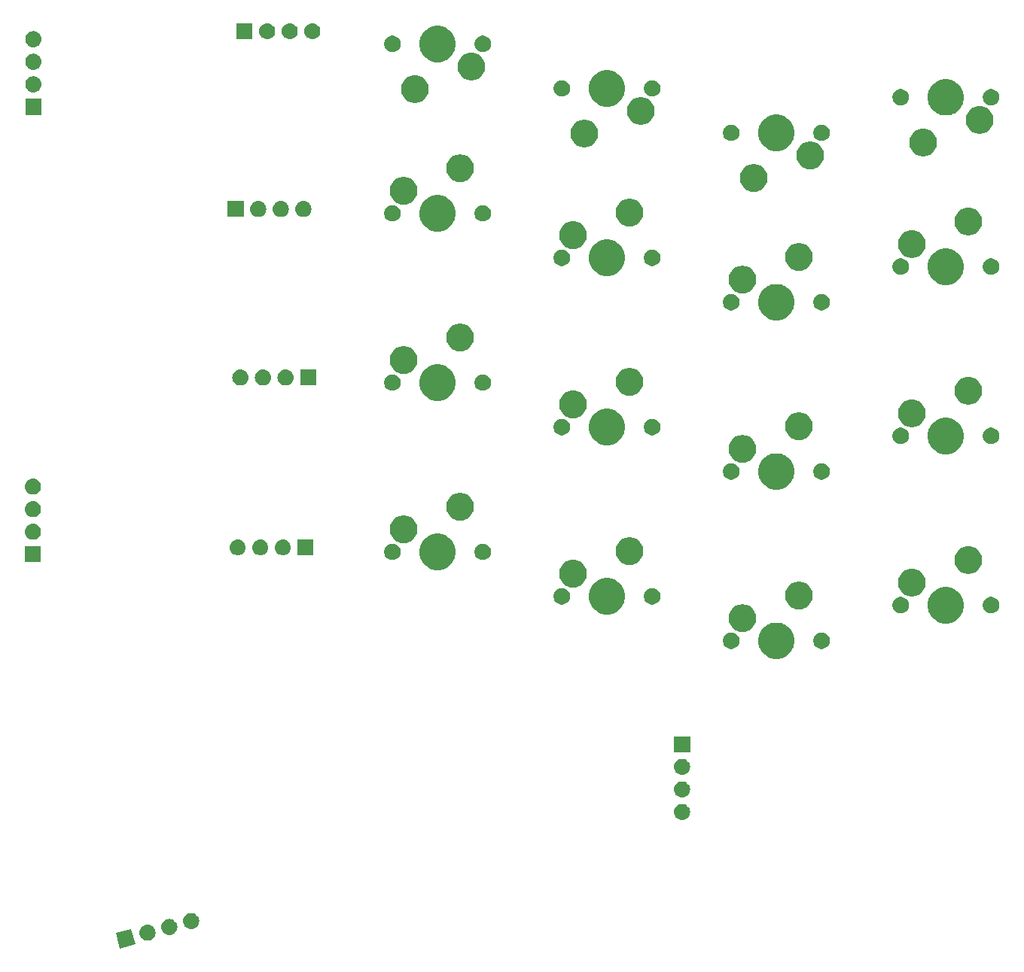
<source format=gbr>
G04 #@! TF.GenerationSoftware,KiCad,Pcbnew,(5.1.4)-1*
G04 #@! TF.CreationDate,2023-02-10T21:15:05-05:00*
G04 #@! TF.ProjectId,ThumbsUp,5468756d-6273-4557-902e-6b696361645f,rev?*
G04 #@! TF.SameCoordinates,Original*
G04 #@! TF.FileFunction,Soldermask,Top*
G04 #@! TF.FilePolarity,Negative*
%FSLAX46Y46*%
G04 Gerber Fmt 4.6, Leading zero omitted, Abs format (unit mm)*
G04 Created by KiCad (PCBNEW (5.1.4)-1) date 2023-02-10 21:15:05*
%MOMM*%
%LPD*%
G04 APERTURE LIST*
%ADD10C,0.100000*%
G04 APERTURE END LIST*
D10*
G36*
X164455165Y-601119626D02*
G01*
X162714567Y-601586018D01*
X162248175Y-599845420D01*
X163988773Y-599379028D01*
X164455165Y-601119626D01*
X164455165Y-601119626D01*
G37*
G36*
X165915564Y-598930641D02*
G01*
X165981749Y-598937160D01*
X166151588Y-598988680D01*
X166308113Y-599072345D01*
X166343851Y-599101675D01*
X166445308Y-599184937D01*
X166528570Y-599286394D01*
X166557900Y-599322132D01*
X166641565Y-599478657D01*
X166693085Y-599648496D01*
X166710481Y-599825123D01*
X166693085Y-600001750D01*
X166641565Y-600171589D01*
X166557900Y-600328114D01*
X166528570Y-600363852D01*
X166445308Y-600465309D01*
X166343851Y-600548571D01*
X166308113Y-600577901D01*
X166151588Y-600661566D01*
X165981749Y-600713086D01*
X165915565Y-600719604D01*
X165849382Y-600726123D01*
X165760862Y-600726123D01*
X165694679Y-600719604D01*
X165628495Y-600713086D01*
X165458656Y-600661566D01*
X165302131Y-600577901D01*
X165266393Y-600548571D01*
X165164936Y-600465309D01*
X165081674Y-600363852D01*
X165052344Y-600328114D01*
X164968679Y-600171589D01*
X164917159Y-600001750D01*
X164899763Y-599825123D01*
X164917159Y-599648496D01*
X164968679Y-599478657D01*
X165052344Y-599322132D01*
X165081674Y-599286394D01*
X165164936Y-599184937D01*
X165266393Y-599101675D01*
X165302131Y-599072345D01*
X165458656Y-598988680D01*
X165628495Y-598937160D01*
X165694680Y-598930641D01*
X165760862Y-598924123D01*
X165849382Y-598924123D01*
X165915564Y-598930641D01*
X165915564Y-598930641D01*
G37*
G36*
X168369015Y-598273240D02*
G01*
X168435200Y-598279759D01*
X168605039Y-598331279D01*
X168761564Y-598414944D01*
X168797302Y-598444274D01*
X168898759Y-598527536D01*
X168982021Y-598628993D01*
X169011351Y-598664731D01*
X169095016Y-598821256D01*
X169146536Y-598991095D01*
X169163932Y-599167722D01*
X169146536Y-599344349D01*
X169095016Y-599514188D01*
X169011351Y-599670713D01*
X168982021Y-599706451D01*
X168898759Y-599807908D01*
X168797302Y-599891170D01*
X168761564Y-599920500D01*
X168605039Y-600004165D01*
X168435200Y-600055685D01*
X168369016Y-600062203D01*
X168302833Y-600068722D01*
X168214313Y-600068722D01*
X168148130Y-600062203D01*
X168081946Y-600055685D01*
X167912107Y-600004165D01*
X167755582Y-599920500D01*
X167719844Y-599891170D01*
X167618387Y-599807908D01*
X167535125Y-599706451D01*
X167505795Y-599670713D01*
X167422130Y-599514188D01*
X167370610Y-599344349D01*
X167353214Y-599167722D01*
X167370610Y-598991095D01*
X167422130Y-598821256D01*
X167505795Y-598664731D01*
X167535125Y-598628993D01*
X167618387Y-598527536D01*
X167719844Y-598444274D01*
X167755582Y-598414944D01*
X167912107Y-598331279D01*
X168081946Y-598279759D01*
X168148131Y-598273240D01*
X168214313Y-598266722D01*
X168302833Y-598266722D01*
X168369015Y-598273240D01*
X168369015Y-598273240D01*
G37*
G36*
X170822467Y-597615840D02*
G01*
X170888652Y-597622359D01*
X171058491Y-597673879D01*
X171215016Y-597757544D01*
X171250754Y-597786874D01*
X171352211Y-597870136D01*
X171435473Y-597971593D01*
X171464803Y-598007331D01*
X171548468Y-598163856D01*
X171599988Y-598333695D01*
X171617384Y-598510322D01*
X171599988Y-598686949D01*
X171548468Y-598856788D01*
X171464803Y-599013313D01*
X171435473Y-599049051D01*
X171352211Y-599150508D01*
X171250754Y-599233770D01*
X171215016Y-599263100D01*
X171058491Y-599346765D01*
X170888652Y-599398285D01*
X170822467Y-599404804D01*
X170756285Y-599411322D01*
X170667765Y-599411322D01*
X170601583Y-599404804D01*
X170535398Y-599398285D01*
X170365559Y-599346765D01*
X170209034Y-599263100D01*
X170173296Y-599233770D01*
X170071839Y-599150508D01*
X169988577Y-599049051D01*
X169959247Y-599013313D01*
X169875582Y-598856788D01*
X169824062Y-598686949D01*
X169806666Y-598510322D01*
X169824062Y-598333695D01*
X169875582Y-598163856D01*
X169959247Y-598007331D01*
X169988577Y-597971593D01*
X170071839Y-597870136D01*
X170173296Y-597786874D01*
X170209034Y-597757544D01*
X170365559Y-597673879D01*
X170535398Y-597622359D01*
X170601583Y-597615840D01*
X170667765Y-597609322D01*
X170756285Y-597609322D01*
X170822467Y-597615840D01*
X170822467Y-597615840D01*
G37*
G36*
X226022468Y-585335841D02*
G01*
X226088652Y-585342359D01*
X226258491Y-585393879D01*
X226415016Y-585477544D01*
X226450754Y-585506874D01*
X226552211Y-585590136D01*
X226635473Y-585691593D01*
X226664803Y-585727331D01*
X226748468Y-585883856D01*
X226799988Y-586053695D01*
X226817384Y-586230322D01*
X226799988Y-586406949D01*
X226748468Y-586576788D01*
X226664803Y-586733313D01*
X226635473Y-586769051D01*
X226552211Y-586870508D01*
X226450754Y-586953770D01*
X226415016Y-586983100D01*
X226258491Y-587066765D01*
X226088652Y-587118285D01*
X226022467Y-587124804D01*
X225956285Y-587131322D01*
X225867765Y-587131322D01*
X225801583Y-587124804D01*
X225735398Y-587118285D01*
X225565559Y-587066765D01*
X225409034Y-586983100D01*
X225373296Y-586953770D01*
X225271839Y-586870508D01*
X225188577Y-586769051D01*
X225159247Y-586733313D01*
X225075582Y-586576788D01*
X225024062Y-586406949D01*
X225006666Y-586230322D01*
X225024062Y-586053695D01*
X225075582Y-585883856D01*
X225159247Y-585727331D01*
X225188577Y-585691593D01*
X225271839Y-585590136D01*
X225373296Y-585506874D01*
X225409034Y-585477544D01*
X225565559Y-585393879D01*
X225735398Y-585342359D01*
X225801582Y-585335841D01*
X225867765Y-585329322D01*
X225956285Y-585329322D01*
X226022468Y-585335841D01*
X226022468Y-585335841D01*
G37*
G36*
X226022467Y-582795840D02*
G01*
X226088652Y-582802359D01*
X226258491Y-582853879D01*
X226415016Y-582937544D01*
X226450754Y-582966874D01*
X226552211Y-583050136D01*
X226635473Y-583151593D01*
X226664803Y-583187331D01*
X226748468Y-583343856D01*
X226799988Y-583513695D01*
X226817384Y-583690322D01*
X226799988Y-583866949D01*
X226748468Y-584036788D01*
X226664803Y-584193313D01*
X226635473Y-584229051D01*
X226552211Y-584330508D01*
X226450754Y-584413770D01*
X226415016Y-584443100D01*
X226258491Y-584526765D01*
X226088652Y-584578285D01*
X226022468Y-584584803D01*
X225956285Y-584591322D01*
X225867765Y-584591322D01*
X225801582Y-584584803D01*
X225735398Y-584578285D01*
X225565559Y-584526765D01*
X225409034Y-584443100D01*
X225373296Y-584413770D01*
X225271839Y-584330508D01*
X225188577Y-584229051D01*
X225159247Y-584193313D01*
X225075582Y-584036788D01*
X225024062Y-583866949D01*
X225006666Y-583690322D01*
X225024062Y-583513695D01*
X225075582Y-583343856D01*
X225159247Y-583187331D01*
X225188577Y-583151593D01*
X225271839Y-583050136D01*
X225373296Y-582966874D01*
X225409034Y-582937544D01*
X225565559Y-582853879D01*
X225735398Y-582802359D01*
X225801583Y-582795840D01*
X225867765Y-582789322D01*
X225956285Y-582789322D01*
X226022467Y-582795840D01*
X226022467Y-582795840D01*
G37*
G36*
X226022467Y-580255840D02*
G01*
X226088652Y-580262359D01*
X226258491Y-580313879D01*
X226415016Y-580397544D01*
X226450754Y-580426874D01*
X226552211Y-580510136D01*
X226635473Y-580611593D01*
X226664803Y-580647331D01*
X226748468Y-580803856D01*
X226799988Y-580973695D01*
X226817384Y-581150322D01*
X226799988Y-581326949D01*
X226748468Y-581496788D01*
X226664803Y-581653313D01*
X226635473Y-581689051D01*
X226552211Y-581790508D01*
X226450754Y-581873770D01*
X226415016Y-581903100D01*
X226258491Y-581986765D01*
X226088652Y-582038285D01*
X226022467Y-582044804D01*
X225956285Y-582051322D01*
X225867765Y-582051322D01*
X225801583Y-582044804D01*
X225735398Y-582038285D01*
X225565559Y-581986765D01*
X225409034Y-581903100D01*
X225373296Y-581873770D01*
X225271839Y-581790508D01*
X225188577Y-581689051D01*
X225159247Y-581653313D01*
X225075582Y-581496788D01*
X225024062Y-581326949D01*
X225006666Y-581150322D01*
X225024062Y-580973695D01*
X225075582Y-580803856D01*
X225159247Y-580647331D01*
X225188577Y-580611593D01*
X225271839Y-580510136D01*
X225373296Y-580426874D01*
X225409034Y-580397544D01*
X225565559Y-580313879D01*
X225735398Y-580262359D01*
X225801583Y-580255840D01*
X225867765Y-580249322D01*
X225956285Y-580249322D01*
X226022467Y-580255840D01*
X226022467Y-580255840D01*
G37*
G36*
X226813025Y-579511322D02*
G01*
X225011025Y-579511322D01*
X225011025Y-577709322D01*
X226813025Y-577709322D01*
X226813025Y-579511322D01*
X226813025Y-579511322D01*
G37*
G36*
X237108499Y-564994007D02*
G01*
X237326499Y-565084306D01*
X237480648Y-565148156D01*
X237815573Y-565371946D01*
X238100402Y-565656775D01*
X238324192Y-565991700D01*
X238356587Y-566069909D01*
X238478341Y-566363849D01*
X238556925Y-566758917D01*
X238556925Y-567161729D01*
X238478341Y-567556797D01*
X238427476Y-567679595D01*
X238324192Y-567928946D01*
X238100402Y-568263871D01*
X237815573Y-568548700D01*
X237480648Y-568772490D01*
X237326499Y-568836340D01*
X237108499Y-568926639D01*
X236713431Y-569005223D01*
X236310619Y-569005223D01*
X235915551Y-568926639D01*
X235697551Y-568836340D01*
X235543402Y-568772490D01*
X235208477Y-568548700D01*
X234923648Y-568263871D01*
X234699858Y-567928946D01*
X234596574Y-567679595D01*
X234545709Y-567556797D01*
X234467125Y-567161729D01*
X234467125Y-566758917D01*
X234545709Y-566363849D01*
X234667463Y-566069909D01*
X234699858Y-565991700D01*
X234923648Y-565656775D01*
X235208477Y-565371946D01*
X235543402Y-565148156D01*
X235697551Y-565084306D01*
X235915551Y-564994007D01*
X236310619Y-564915423D01*
X236713431Y-564915423D01*
X237108499Y-564994007D01*
X237108499Y-564994007D01*
G37*
G36*
X231702129Y-566069908D02*
G01*
X231870651Y-566139712D01*
X232022316Y-566241051D01*
X232151297Y-566370032D01*
X232252636Y-566521697D01*
X232322440Y-566690219D01*
X232358025Y-566869120D01*
X232358025Y-567051526D01*
X232322440Y-567230427D01*
X232252636Y-567398949D01*
X232151297Y-567550614D01*
X232022316Y-567679595D01*
X231870651Y-567780934D01*
X231702129Y-567850738D01*
X231523228Y-567886323D01*
X231340822Y-567886323D01*
X231161921Y-567850738D01*
X230993399Y-567780934D01*
X230841734Y-567679595D01*
X230712753Y-567550614D01*
X230611414Y-567398949D01*
X230541610Y-567230427D01*
X230506025Y-567051526D01*
X230506025Y-566869120D01*
X230541610Y-566690219D01*
X230611414Y-566521697D01*
X230712753Y-566370032D01*
X230841734Y-566241051D01*
X230993399Y-566139712D01*
X231161921Y-566069908D01*
X231340822Y-566034323D01*
X231523228Y-566034323D01*
X231702129Y-566069908D01*
X231702129Y-566069908D01*
G37*
G36*
X241862129Y-566069908D02*
G01*
X242030651Y-566139712D01*
X242182316Y-566241051D01*
X242311297Y-566370032D01*
X242412636Y-566521697D01*
X242482440Y-566690219D01*
X242518025Y-566869120D01*
X242518025Y-567051526D01*
X242482440Y-567230427D01*
X242412636Y-567398949D01*
X242311297Y-567550614D01*
X242182316Y-567679595D01*
X242030651Y-567780934D01*
X241862129Y-567850738D01*
X241683228Y-567886323D01*
X241500822Y-567886323D01*
X241321921Y-567850738D01*
X241153399Y-567780934D01*
X241001734Y-567679595D01*
X240872753Y-567550614D01*
X240771414Y-567398949D01*
X240701610Y-567230427D01*
X240666025Y-567051526D01*
X240666025Y-566869120D01*
X240701610Y-566690219D01*
X240771414Y-566521697D01*
X240872753Y-566370032D01*
X241001734Y-566241051D01*
X241153399Y-566139712D01*
X241321921Y-566069908D01*
X241500822Y-566034323D01*
X241683228Y-566034323D01*
X241862129Y-566069908D01*
X241862129Y-566069908D01*
G37*
G36*
X232940245Y-562886322D02*
G01*
X233154435Y-562928927D01*
X233436699Y-563045844D01*
X233690730Y-563215582D01*
X233906766Y-563431618D01*
X234076504Y-563685649D01*
X234177280Y-563928945D01*
X234193421Y-563967914D01*
X234252291Y-564263870D01*
X234253025Y-564267563D01*
X234253025Y-564573083D01*
X234193421Y-564872733D01*
X234076504Y-565154997D01*
X233906766Y-565409028D01*
X233690730Y-565625064D01*
X233436699Y-565794802D01*
X233154435Y-565911719D01*
X233004610Y-565941521D01*
X232854786Y-565971323D01*
X232549264Y-565971323D01*
X232399440Y-565941521D01*
X232249615Y-565911719D01*
X231967351Y-565794802D01*
X231713320Y-565625064D01*
X231497284Y-565409028D01*
X231327546Y-565154997D01*
X231210629Y-564872733D01*
X231151025Y-564573083D01*
X231151025Y-564267563D01*
X231151760Y-564263870D01*
X231210629Y-563967914D01*
X231226770Y-563928945D01*
X231327546Y-563685649D01*
X231497284Y-563431618D01*
X231713320Y-563215582D01*
X231967351Y-563045844D01*
X232249615Y-562928927D01*
X232463805Y-562886322D01*
X232549264Y-562869323D01*
X232854786Y-562869323D01*
X232940245Y-562886322D01*
X232940245Y-562886322D01*
G37*
G36*
X256158499Y-560994006D02*
G01*
X256341740Y-561069907D01*
X256530648Y-561148155D01*
X256865573Y-561371945D01*
X257150402Y-561656774D01*
X257374192Y-561991699D01*
X257406587Y-562069908D01*
X257528341Y-562363848D01*
X257606925Y-562758916D01*
X257606925Y-563161728D01*
X257528341Y-563556796D01*
X257477476Y-563679594D01*
X257374192Y-563928945D01*
X257150402Y-564263870D01*
X256865573Y-564548699D01*
X256530648Y-564772489D01*
X256376499Y-564836339D01*
X256158499Y-564926638D01*
X255763431Y-565005222D01*
X255360619Y-565005222D01*
X254965551Y-564926638D01*
X254747551Y-564836339D01*
X254593402Y-564772489D01*
X254258477Y-564548699D01*
X253973648Y-564263870D01*
X253749858Y-563928945D01*
X253646574Y-563679594D01*
X253595709Y-563556796D01*
X253517125Y-563161728D01*
X253517125Y-562758916D01*
X253595709Y-562363848D01*
X253717463Y-562069908D01*
X253749858Y-561991699D01*
X253973648Y-561656774D01*
X254258477Y-561371945D01*
X254593402Y-561148155D01*
X254782310Y-561069907D01*
X254965551Y-560994006D01*
X255360619Y-560915422D01*
X255763431Y-560915422D01*
X256158499Y-560994006D01*
X256158499Y-560994006D01*
G37*
G36*
X218058499Y-559994006D02*
G01*
X218276499Y-560084305D01*
X218430648Y-560148155D01*
X218765573Y-560371945D01*
X219050402Y-560656774D01*
X219274192Y-560991699D01*
X219306587Y-561069908D01*
X219428341Y-561363848D01*
X219506925Y-561758916D01*
X219506925Y-562161728D01*
X219428341Y-562556796D01*
X219373075Y-562690219D01*
X219274192Y-562928945D01*
X219050402Y-563263870D01*
X218765573Y-563548699D01*
X218430648Y-563772489D01*
X218276499Y-563836339D01*
X218058499Y-563926638D01*
X217663431Y-564005222D01*
X217260619Y-564005222D01*
X216865551Y-563926638D01*
X216647551Y-563836339D01*
X216493402Y-563772489D01*
X216158477Y-563548699D01*
X215873648Y-563263870D01*
X215649858Y-562928945D01*
X215550975Y-562690219D01*
X215495709Y-562556796D01*
X215417125Y-562161728D01*
X215417125Y-561758916D01*
X215495709Y-561363848D01*
X215617463Y-561069908D01*
X215649858Y-560991699D01*
X215873648Y-560656774D01*
X216158477Y-560371945D01*
X216493402Y-560148155D01*
X216647551Y-560084305D01*
X216865551Y-559994006D01*
X217260619Y-559915422D01*
X217663431Y-559915422D01*
X218058499Y-559994006D01*
X218058499Y-559994006D01*
G37*
G36*
X250752129Y-562069907D02*
G01*
X250920651Y-562139711D01*
X251072316Y-562241050D01*
X251201297Y-562370031D01*
X251302636Y-562521696D01*
X251372440Y-562690218D01*
X251408025Y-562869119D01*
X251408025Y-563051525D01*
X251372440Y-563230426D01*
X251302636Y-563398948D01*
X251201297Y-563550613D01*
X251072316Y-563679594D01*
X250920651Y-563780933D01*
X250752129Y-563850737D01*
X250573228Y-563886322D01*
X250390822Y-563886322D01*
X250211921Y-563850737D01*
X250043399Y-563780933D01*
X249891734Y-563679594D01*
X249762753Y-563550613D01*
X249661414Y-563398948D01*
X249591610Y-563230426D01*
X249556025Y-563051525D01*
X249556025Y-562869119D01*
X249591610Y-562690218D01*
X249661414Y-562521696D01*
X249762753Y-562370031D01*
X249891734Y-562241050D01*
X250043399Y-562139711D01*
X250211921Y-562069907D01*
X250390822Y-562034322D01*
X250573228Y-562034322D01*
X250752129Y-562069907D01*
X250752129Y-562069907D01*
G37*
G36*
X260912129Y-562069907D02*
G01*
X261080651Y-562139711D01*
X261232316Y-562241050D01*
X261361297Y-562370031D01*
X261462636Y-562521696D01*
X261532440Y-562690218D01*
X261568025Y-562869119D01*
X261568025Y-563051525D01*
X261532440Y-563230426D01*
X261462636Y-563398948D01*
X261361297Y-563550613D01*
X261232316Y-563679594D01*
X261080651Y-563780933D01*
X260912129Y-563850737D01*
X260733228Y-563886322D01*
X260550822Y-563886322D01*
X260371921Y-563850737D01*
X260203399Y-563780933D01*
X260051734Y-563679594D01*
X259922753Y-563550613D01*
X259821414Y-563398948D01*
X259751610Y-563230426D01*
X259716025Y-563051525D01*
X259716025Y-562869119D01*
X259751610Y-562690218D01*
X259821414Y-562521696D01*
X259922753Y-562370031D01*
X260051734Y-562241050D01*
X260203399Y-562139711D01*
X260371921Y-562069907D01*
X260550822Y-562034322D01*
X260733228Y-562034322D01*
X260912129Y-562069907D01*
X260912129Y-562069907D01*
G37*
G36*
X239354610Y-560359125D02*
G01*
X239504435Y-560388927D01*
X239786699Y-560505844D01*
X240040730Y-560675582D01*
X240256766Y-560891618D01*
X240426504Y-561145649D01*
X240543421Y-561427913D01*
X240562076Y-561521697D01*
X240588945Y-561656775D01*
X240603025Y-561727563D01*
X240603025Y-562033083D01*
X240543421Y-562332733D01*
X240426504Y-562614997D01*
X240256766Y-562869028D01*
X240040730Y-563085064D01*
X239786699Y-563254802D01*
X239504435Y-563371719D01*
X239367550Y-563398947D01*
X239204786Y-563431323D01*
X238899264Y-563431323D01*
X238736500Y-563398947D01*
X238599615Y-563371719D01*
X238317351Y-563254802D01*
X238063320Y-563085064D01*
X237847284Y-562869028D01*
X237677546Y-562614997D01*
X237560629Y-562332733D01*
X237501025Y-562033083D01*
X237501025Y-561727563D01*
X237515106Y-561656775D01*
X237541974Y-561521697D01*
X237560629Y-561427913D01*
X237677546Y-561145649D01*
X237847284Y-560891618D01*
X238063320Y-560675582D01*
X238317351Y-560505844D01*
X238599615Y-560388927D01*
X238749440Y-560359125D01*
X238899264Y-560329323D01*
X239204786Y-560329323D01*
X239354610Y-560359125D01*
X239354610Y-560359125D01*
G37*
G36*
X222812129Y-561069907D02*
G01*
X222980651Y-561139711D01*
X223132316Y-561241050D01*
X223261297Y-561370031D01*
X223362636Y-561521696D01*
X223432440Y-561690218D01*
X223468025Y-561869119D01*
X223468025Y-562051525D01*
X223432440Y-562230426D01*
X223362636Y-562398948D01*
X223261297Y-562550613D01*
X223132316Y-562679594D01*
X222980651Y-562780933D01*
X222812129Y-562850737D01*
X222633228Y-562886322D01*
X222450822Y-562886322D01*
X222271921Y-562850737D01*
X222103399Y-562780933D01*
X221951734Y-562679594D01*
X221822753Y-562550613D01*
X221721414Y-562398948D01*
X221651610Y-562230426D01*
X221616025Y-562051525D01*
X221616025Y-561869119D01*
X221651610Y-561690218D01*
X221721414Y-561521696D01*
X221822753Y-561370031D01*
X221951734Y-561241050D01*
X222103399Y-561139711D01*
X222271921Y-561069907D01*
X222450822Y-561034322D01*
X222633228Y-561034322D01*
X222812129Y-561069907D01*
X222812129Y-561069907D01*
G37*
G36*
X212652129Y-561069907D02*
G01*
X212820651Y-561139711D01*
X212972316Y-561241050D01*
X213101297Y-561370031D01*
X213202636Y-561521696D01*
X213272440Y-561690218D01*
X213308025Y-561869119D01*
X213308025Y-562051525D01*
X213272440Y-562230426D01*
X213202636Y-562398948D01*
X213101297Y-562550613D01*
X212972316Y-562679594D01*
X212820651Y-562780933D01*
X212652129Y-562850737D01*
X212473228Y-562886322D01*
X212290822Y-562886322D01*
X212111921Y-562850737D01*
X211943399Y-562780933D01*
X211791734Y-562679594D01*
X211662753Y-562550613D01*
X211561414Y-562398948D01*
X211491610Y-562230426D01*
X211456025Y-562051525D01*
X211456025Y-561869119D01*
X211491610Y-561690218D01*
X211561414Y-561521696D01*
X211662753Y-561370031D01*
X211791734Y-561241050D01*
X211943399Y-561139711D01*
X212111921Y-561069907D01*
X212290822Y-561034322D01*
X212473228Y-561034322D01*
X212652129Y-561069907D01*
X212652129Y-561069907D01*
G37*
G36*
X252054610Y-558899124D02*
G01*
X252204435Y-558928926D01*
X252486699Y-559045843D01*
X252740730Y-559215581D01*
X252956766Y-559431617D01*
X253126504Y-559685648D01*
X253243421Y-559967912D01*
X253273223Y-560117737D01*
X253303025Y-560267561D01*
X253303025Y-560573083D01*
X253282637Y-560675582D01*
X253243421Y-560872732D01*
X253126504Y-561154996D01*
X252956766Y-561409027D01*
X252740730Y-561625063D01*
X252486699Y-561794801D01*
X252204435Y-561911718D01*
X252054610Y-561941520D01*
X251904786Y-561971322D01*
X251599264Y-561971322D01*
X251449440Y-561941520D01*
X251299615Y-561911718D01*
X251017351Y-561794801D01*
X250763320Y-561625063D01*
X250547284Y-561409027D01*
X250377546Y-561154996D01*
X250260629Y-560872732D01*
X250221413Y-560675582D01*
X250201025Y-560573083D01*
X250201025Y-560267561D01*
X250230827Y-560117737D01*
X250260629Y-559967912D01*
X250377546Y-559685648D01*
X250547284Y-559431617D01*
X250763320Y-559215581D01*
X251017351Y-559045843D01*
X251299615Y-558928926D01*
X251449440Y-558899124D01*
X251599264Y-558869322D01*
X251904786Y-558869322D01*
X252054610Y-558899124D01*
X252054610Y-558899124D01*
G37*
G36*
X213890250Y-557886322D02*
G01*
X214104435Y-557928926D01*
X214386699Y-558045843D01*
X214640730Y-558215581D01*
X214856766Y-558431617D01*
X215026504Y-558685648D01*
X215143421Y-558967912D01*
X215203025Y-559267562D01*
X215203025Y-559573082D01*
X215143421Y-559872732D01*
X215026504Y-560154996D01*
X214856766Y-560409027D01*
X214640730Y-560625063D01*
X214386699Y-560794801D01*
X214104435Y-560911718D01*
X213954610Y-560941520D01*
X213804786Y-560971322D01*
X213499264Y-560971322D01*
X213349440Y-560941520D01*
X213199615Y-560911718D01*
X212917351Y-560794801D01*
X212663320Y-560625063D01*
X212447284Y-560409027D01*
X212277546Y-560154996D01*
X212160629Y-559872732D01*
X212101025Y-559573082D01*
X212101025Y-559267562D01*
X212160629Y-558967912D01*
X212277546Y-558685648D01*
X212447284Y-558431617D01*
X212663320Y-558215581D01*
X212917351Y-558045843D01*
X213199615Y-557928926D01*
X213413800Y-557886322D01*
X213499264Y-557869322D01*
X213804786Y-557869322D01*
X213890250Y-557886322D01*
X213890250Y-557886322D01*
G37*
G36*
X258404610Y-556359124D02*
G01*
X258554435Y-556388926D01*
X258836699Y-556505843D01*
X259090730Y-556675581D01*
X259306766Y-556891617D01*
X259476504Y-557145648D01*
X259593421Y-557427912D01*
X259617828Y-557550613D01*
X259643484Y-557679593D01*
X259653025Y-557727562D01*
X259653025Y-558033082D01*
X259593421Y-558332732D01*
X259476504Y-558614996D01*
X259306766Y-558869027D01*
X259090730Y-559085063D01*
X258836699Y-559254801D01*
X258554435Y-559371718D01*
X258404610Y-559401520D01*
X258254786Y-559431322D01*
X257949264Y-559431322D01*
X257799440Y-559401520D01*
X257649615Y-559371718D01*
X257367351Y-559254801D01*
X257113320Y-559085063D01*
X256897284Y-558869027D01*
X256727546Y-558614996D01*
X256610629Y-558332732D01*
X256551025Y-558033082D01*
X256551025Y-557727562D01*
X256560567Y-557679593D01*
X256586222Y-557550613D01*
X256610629Y-557427912D01*
X256727546Y-557145648D01*
X256897284Y-556891617D01*
X257113320Y-556675581D01*
X257367351Y-556505843D01*
X257649615Y-556388926D01*
X257799440Y-556359124D01*
X257949264Y-556329322D01*
X258254786Y-556329322D01*
X258404610Y-556359124D01*
X258404610Y-556359124D01*
G37*
G36*
X199008499Y-554994006D02*
G01*
X199226499Y-555084305D01*
X199380648Y-555148155D01*
X199715573Y-555371945D01*
X200000402Y-555656774D01*
X200224192Y-555991699D01*
X200256587Y-556069908D01*
X200378341Y-556363848D01*
X200456925Y-556758916D01*
X200456925Y-557161728D01*
X200378341Y-557556796D01*
X200327476Y-557679594D01*
X200224192Y-557928945D01*
X200000402Y-558263870D01*
X199715573Y-558548699D01*
X199380648Y-558772489D01*
X199226499Y-558836339D01*
X199008499Y-558926638D01*
X198613431Y-559005222D01*
X198210619Y-559005222D01*
X197815551Y-558926638D01*
X197597551Y-558836339D01*
X197443402Y-558772489D01*
X197108477Y-558548699D01*
X196823648Y-558263870D01*
X196599858Y-557928945D01*
X196496574Y-557679594D01*
X196445709Y-557556796D01*
X196367125Y-557161728D01*
X196367125Y-556758916D01*
X196445709Y-556363848D01*
X196567463Y-556069908D01*
X196599858Y-555991699D01*
X196823648Y-555656774D01*
X197108477Y-555371945D01*
X197443402Y-555148155D01*
X197597551Y-555084305D01*
X197815551Y-554994006D01*
X198210619Y-554915422D01*
X198613431Y-554915422D01*
X199008499Y-554994006D01*
X199008499Y-554994006D01*
G37*
G36*
X220304610Y-555359124D02*
G01*
X220454435Y-555388926D01*
X220736699Y-555505843D01*
X220990730Y-555675581D01*
X221206766Y-555891617D01*
X221376504Y-556145648D01*
X221493421Y-556427912D01*
X221493421Y-556427913D01*
X221553025Y-556727561D01*
X221553025Y-557033083D01*
X221530634Y-557145648D01*
X221493421Y-557332732D01*
X221376504Y-557614996D01*
X221206766Y-557869027D01*
X220990730Y-558085063D01*
X220736699Y-558254801D01*
X220454435Y-558371718D01*
X220304610Y-558401520D01*
X220154786Y-558431322D01*
X219849264Y-558431322D01*
X219699440Y-558401520D01*
X219549615Y-558371718D01*
X219267351Y-558254801D01*
X219013320Y-558085063D01*
X218797284Y-557869027D01*
X218627546Y-557614996D01*
X218510629Y-557332732D01*
X218473416Y-557145648D01*
X218451025Y-557033083D01*
X218451025Y-556727561D01*
X218510629Y-556427913D01*
X218510629Y-556427912D01*
X218627546Y-556145648D01*
X218797284Y-555891617D01*
X219013320Y-555675581D01*
X219267351Y-555505843D01*
X219549615Y-555388926D01*
X219699440Y-555359124D01*
X219849264Y-555329322D01*
X220154786Y-555329322D01*
X220304610Y-555359124D01*
X220304610Y-555359124D01*
G37*
G36*
X153813019Y-558131280D02*
G01*
X152011019Y-558131280D01*
X152011019Y-556329280D01*
X153813019Y-556329280D01*
X153813019Y-558131280D01*
X153813019Y-558131280D01*
G37*
G36*
X193602129Y-556069907D02*
G01*
X193770651Y-556139711D01*
X193922316Y-556241050D01*
X194051297Y-556370031D01*
X194152636Y-556521696D01*
X194222440Y-556690218D01*
X194258025Y-556869119D01*
X194258025Y-557051525D01*
X194222440Y-557230426D01*
X194152636Y-557398948D01*
X194051297Y-557550613D01*
X193922316Y-557679594D01*
X193770651Y-557780933D01*
X193602129Y-557850737D01*
X193423228Y-557886322D01*
X193240822Y-557886322D01*
X193061921Y-557850737D01*
X192893399Y-557780933D01*
X192741734Y-557679594D01*
X192612753Y-557550613D01*
X192511414Y-557398948D01*
X192441610Y-557230426D01*
X192406025Y-557051525D01*
X192406025Y-556869119D01*
X192441610Y-556690218D01*
X192511414Y-556521696D01*
X192612753Y-556370031D01*
X192741734Y-556241050D01*
X192893399Y-556139711D01*
X193061921Y-556069907D01*
X193240822Y-556034322D01*
X193423228Y-556034322D01*
X193602129Y-556069907D01*
X193602129Y-556069907D01*
G37*
G36*
X203762129Y-556069907D02*
G01*
X203930651Y-556139711D01*
X204082316Y-556241050D01*
X204211297Y-556370031D01*
X204312636Y-556521696D01*
X204382440Y-556690218D01*
X204418025Y-556869119D01*
X204418025Y-557051525D01*
X204382440Y-557230426D01*
X204312636Y-557398948D01*
X204211297Y-557550613D01*
X204082316Y-557679594D01*
X203930651Y-557780933D01*
X203762129Y-557850737D01*
X203583228Y-557886322D01*
X203400822Y-557886322D01*
X203221921Y-557850737D01*
X203053399Y-557780933D01*
X202901734Y-557679594D01*
X202772753Y-557550613D01*
X202671414Y-557398948D01*
X202601610Y-557230426D01*
X202566025Y-557051525D01*
X202566025Y-556869119D01*
X202601610Y-556690218D01*
X202671414Y-556521696D01*
X202772753Y-556370031D01*
X202901734Y-556241050D01*
X203053399Y-556139711D01*
X203221921Y-556069907D01*
X203400822Y-556034322D01*
X203583228Y-556034322D01*
X203762129Y-556069907D01*
X203762129Y-556069907D01*
G37*
G36*
X176047164Y-555563365D02*
G01*
X176113349Y-555569884D01*
X176283188Y-555621404D01*
X176283190Y-555621405D01*
X176349360Y-555656774D01*
X176439713Y-555705069D01*
X176475451Y-555734399D01*
X176576908Y-555817661D01*
X176637601Y-555891617D01*
X176689500Y-555954856D01*
X176773165Y-556111381D01*
X176824685Y-556281220D01*
X176842081Y-556457847D01*
X176824685Y-556634474D01*
X176773165Y-556804313D01*
X176689500Y-556960838D01*
X176660170Y-556996576D01*
X176576908Y-557098033D01*
X176499295Y-557161727D01*
X176439713Y-557210625D01*
X176283188Y-557294290D01*
X176113349Y-557345810D01*
X176047165Y-557352328D01*
X175980982Y-557358847D01*
X175892462Y-557358847D01*
X175826279Y-557352328D01*
X175760095Y-557345810D01*
X175590256Y-557294290D01*
X175433731Y-557210625D01*
X175374149Y-557161727D01*
X175296536Y-557098033D01*
X175213274Y-556996576D01*
X175183944Y-556960838D01*
X175100279Y-556804313D01*
X175048759Y-556634474D01*
X175031363Y-556457847D01*
X175048759Y-556281220D01*
X175100279Y-556111381D01*
X175183944Y-555954856D01*
X175235843Y-555891617D01*
X175296536Y-555817661D01*
X175397993Y-555734399D01*
X175433731Y-555705069D01*
X175524084Y-555656774D01*
X175590254Y-555621405D01*
X175590256Y-555621404D01*
X175760095Y-555569884D01*
X175826280Y-555563365D01*
X175892462Y-555556847D01*
X175980982Y-555556847D01*
X176047164Y-555563365D01*
X176047164Y-555563365D01*
G37*
G36*
X184457722Y-557358847D02*
G01*
X182655722Y-557358847D01*
X182655722Y-555556847D01*
X184457722Y-555556847D01*
X184457722Y-557358847D01*
X184457722Y-557358847D01*
G37*
G36*
X181127164Y-555563365D02*
G01*
X181193349Y-555569884D01*
X181363188Y-555621404D01*
X181363190Y-555621405D01*
X181429360Y-555656774D01*
X181519713Y-555705069D01*
X181555451Y-555734399D01*
X181656908Y-555817661D01*
X181717601Y-555891617D01*
X181769500Y-555954856D01*
X181853165Y-556111381D01*
X181904685Y-556281220D01*
X181922081Y-556457847D01*
X181904685Y-556634474D01*
X181853165Y-556804313D01*
X181769500Y-556960838D01*
X181740170Y-556996576D01*
X181656908Y-557098033D01*
X181579295Y-557161727D01*
X181519713Y-557210625D01*
X181363188Y-557294290D01*
X181193349Y-557345810D01*
X181127165Y-557352328D01*
X181060982Y-557358847D01*
X180972462Y-557358847D01*
X180906279Y-557352328D01*
X180840095Y-557345810D01*
X180670256Y-557294290D01*
X180513731Y-557210625D01*
X180454149Y-557161727D01*
X180376536Y-557098033D01*
X180293274Y-556996576D01*
X180263944Y-556960838D01*
X180180279Y-556804313D01*
X180128759Y-556634474D01*
X180111363Y-556457847D01*
X180128759Y-556281220D01*
X180180279Y-556111381D01*
X180263944Y-555954856D01*
X180315843Y-555891617D01*
X180376536Y-555817661D01*
X180477993Y-555734399D01*
X180513731Y-555705069D01*
X180604084Y-555656774D01*
X180670254Y-555621405D01*
X180670256Y-555621404D01*
X180840095Y-555569884D01*
X180906280Y-555563365D01*
X180972462Y-555556847D01*
X181060982Y-555556847D01*
X181127164Y-555563365D01*
X181127164Y-555563365D01*
G37*
G36*
X178587164Y-555563365D02*
G01*
X178653349Y-555569884D01*
X178823188Y-555621404D01*
X178823190Y-555621405D01*
X178889360Y-555656774D01*
X178979713Y-555705069D01*
X179015451Y-555734399D01*
X179116908Y-555817661D01*
X179177601Y-555891617D01*
X179229500Y-555954856D01*
X179313165Y-556111381D01*
X179364685Y-556281220D01*
X179382081Y-556457847D01*
X179364685Y-556634474D01*
X179313165Y-556804313D01*
X179229500Y-556960838D01*
X179200170Y-556996576D01*
X179116908Y-557098033D01*
X179039295Y-557161727D01*
X178979713Y-557210625D01*
X178823188Y-557294290D01*
X178653349Y-557345810D01*
X178587165Y-557352328D01*
X178520982Y-557358847D01*
X178432462Y-557358847D01*
X178366279Y-557352328D01*
X178300095Y-557345810D01*
X178130256Y-557294290D01*
X177973731Y-557210625D01*
X177914149Y-557161727D01*
X177836536Y-557098033D01*
X177753274Y-556996576D01*
X177723944Y-556960838D01*
X177640279Y-556804313D01*
X177588759Y-556634474D01*
X177571363Y-556457847D01*
X177588759Y-556281220D01*
X177640279Y-556111381D01*
X177723944Y-555954856D01*
X177775843Y-555891617D01*
X177836536Y-555817661D01*
X177937993Y-555734399D01*
X177973731Y-555705069D01*
X178064084Y-555656774D01*
X178130254Y-555621405D01*
X178130256Y-555621404D01*
X178300095Y-555569884D01*
X178366280Y-555563365D01*
X178432462Y-555556847D01*
X178520982Y-555556847D01*
X178587164Y-555563365D01*
X178587164Y-555563365D01*
G37*
G36*
X194904610Y-552899124D02*
G01*
X195054435Y-552928926D01*
X195336699Y-553045843D01*
X195590730Y-553215581D01*
X195806766Y-553431617D01*
X195976504Y-553685648D01*
X196093421Y-553967912D01*
X196153025Y-554267562D01*
X196153025Y-554573082D01*
X196093421Y-554872732D01*
X195976504Y-555154996D01*
X195806766Y-555409027D01*
X195590730Y-555625063D01*
X195336699Y-555794801D01*
X195054435Y-555911718D01*
X194904610Y-555941520D01*
X194754786Y-555971322D01*
X194449264Y-555971322D01*
X194299440Y-555941520D01*
X194149615Y-555911718D01*
X193867351Y-555794801D01*
X193613320Y-555625063D01*
X193397284Y-555409027D01*
X193227546Y-555154996D01*
X193110629Y-554872732D01*
X193051025Y-554573082D01*
X193051025Y-554267562D01*
X193110629Y-553967912D01*
X193227546Y-553685648D01*
X193397284Y-553431617D01*
X193613320Y-553215581D01*
X193867351Y-553045843D01*
X194149615Y-552928926D01*
X194299440Y-552899124D01*
X194449264Y-552869322D01*
X194754786Y-552869322D01*
X194904610Y-552899124D01*
X194904610Y-552899124D01*
G37*
G36*
X153022462Y-553795799D02*
G01*
X153088646Y-553802317D01*
X153258485Y-553853837D01*
X153415010Y-553937502D01*
X153450748Y-553966832D01*
X153552205Y-554050094D01*
X153635467Y-554151551D01*
X153664797Y-554187289D01*
X153748462Y-554343814D01*
X153799982Y-554513653D01*
X153817378Y-554690280D01*
X153799982Y-554866907D01*
X153748462Y-555036746D01*
X153664797Y-555193271D01*
X153635467Y-555229009D01*
X153552205Y-555330466D01*
X153480970Y-555388926D01*
X153415010Y-555443058D01*
X153258485Y-555526723D01*
X153088646Y-555578243D01*
X153022462Y-555584761D01*
X152956279Y-555591280D01*
X152867759Y-555591280D01*
X152801576Y-555584761D01*
X152735392Y-555578243D01*
X152565553Y-555526723D01*
X152409028Y-555443058D01*
X152343068Y-555388926D01*
X152271833Y-555330466D01*
X152188571Y-555229009D01*
X152159241Y-555193271D01*
X152075576Y-555036746D01*
X152024056Y-554866907D01*
X152006660Y-554690280D01*
X152024056Y-554513653D01*
X152075576Y-554343814D01*
X152159241Y-554187289D01*
X152188571Y-554151551D01*
X152271833Y-554050094D01*
X152373290Y-553966832D01*
X152409028Y-553937502D01*
X152565553Y-553853837D01*
X152735392Y-553802317D01*
X152801576Y-553795799D01*
X152867759Y-553789280D01*
X152956279Y-553789280D01*
X153022462Y-553795799D01*
X153022462Y-553795799D01*
G37*
G36*
X201254610Y-550359124D02*
G01*
X201404435Y-550388926D01*
X201686699Y-550505843D01*
X201940730Y-550675581D01*
X202156766Y-550891617D01*
X202326504Y-551145648D01*
X202443421Y-551427912D01*
X202503025Y-551727562D01*
X202503025Y-552033082D01*
X202443421Y-552332732D01*
X202326504Y-552614996D01*
X202156766Y-552869027D01*
X201940730Y-553085063D01*
X201686699Y-553254801D01*
X201404435Y-553371718D01*
X201254610Y-553401520D01*
X201104786Y-553431322D01*
X200799264Y-553431322D01*
X200649440Y-553401520D01*
X200499615Y-553371718D01*
X200217351Y-553254801D01*
X199963320Y-553085063D01*
X199747284Y-552869027D01*
X199577546Y-552614996D01*
X199460629Y-552332732D01*
X199401025Y-552033082D01*
X199401025Y-551727562D01*
X199460629Y-551427912D01*
X199577546Y-551145648D01*
X199747284Y-550891617D01*
X199963320Y-550675581D01*
X200217351Y-550505843D01*
X200499615Y-550388926D01*
X200649440Y-550359124D01*
X200799264Y-550329322D01*
X201104786Y-550329322D01*
X201254610Y-550359124D01*
X201254610Y-550359124D01*
G37*
G36*
X153022462Y-551255799D02*
G01*
X153088646Y-551262317D01*
X153258485Y-551313837D01*
X153415010Y-551397502D01*
X153450748Y-551426832D01*
X153552205Y-551510094D01*
X153635467Y-551611551D01*
X153664797Y-551647289D01*
X153748462Y-551803814D01*
X153799982Y-551973653D01*
X153817378Y-552150280D01*
X153799982Y-552326907D01*
X153748462Y-552496746D01*
X153664797Y-552653271D01*
X153635467Y-552689009D01*
X153552205Y-552790466D01*
X153456478Y-552869026D01*
X153415010Y-552903058D01*
X153258485Y-552986723D01*
X153088646Y-553038243D01*
X153022462Y-553044761D01*
X152956279Y-553051280D01*
X152867759Y-553051280D01*
X152801576Y-553044761D01*
X152735392Y-553038243D01*
X152565553Y-552986723D01*
X152409028Y-552903058D01*
X152367560Y-552869026D01*
X152271833Y-552790466D01*
X152188571Y-552689009D01*
X152159241Y-552653271D01*
X152075576Y-552496746D01*
X152024056Y-552326907D01*
X152006660Y-552150280D01*
X152024056Y-551973653D01*
X152075576Y-551803814D01*
X152159241Y-551647289D01*
X152188571Y-551611551D01*
X152271833Y-551510094D01*
X152373290Y-551426832D01*
X152409028Y-551397502D01*
X152565553Y-551313837D01*
X152735392Y-551262317D01*
X152801576Y-551255799D01*
X152867759Y-551249280D01*
X152956279Y-551249280D01*
X153022462Y-551255799D01*
X153022462Y-551255799D01*
G37*
G36*
X153022461Y-548715798D02*
G01*
X153088646Y-548722317D01*
X153258485Y-548773837D01*
X153415010Y-548857502D01*
X153441137Y-548878944D01*
X153552205Y-548970094D01*
X153635467Y-549071551D01*
X153664797Y-549107289D01*
X153748462Y-549263814D01*
X153799982Y-549433653D01*
X153817378Y-549610280D01*
X153799982Y-549786907D01*
X153748462Y-549956746D01*
X153664797Y-550113271D01*
X153635467Y-550149009D01*
X153552205Y-550250466D01*
X153456117Y-550329322D01*
X153415010Y-550363058D01*
X153258485Y-550446723D01*
X153088646Y-550498243D01*
X153022462Y-550504761D01*
X152956279Y-550511280D01*
X152867759Y-550511280D01*
X152801576Y-550504761D01*
X152735392Y-550498243D01*
X152565553Y-550446723D01*
X152409028Y-550363058D01*
X152367921Y-550329322D01*
X152271833Y-550250466D01*
X152188571Y-550149009D01*
X152159241Y-550113271D01*
X152075576Y-549956746D01*
X152024056Y-549786907D01*
X152006660Y-549610280D01*
X152024056Y-549433653D01*
X152075576Y-549263814D01*
X152159241Y-549107289D01*
X152188571Y-549071551D01*
X152271833Y-548970094D01*
X152382901Y-548878944D01*
X152409028Y-548857502D01*
X152565553Y-548773837D01*
X152735392Y-548722317D01*
X152801577Y-548715798D01*
X152867759Y-548709280D01*
X152956279Y-548709280D01*
X153022461Y-548715798D01*
X153022461Y-548715798D01*
G37*
G36*
X237108500Y-545944006D02*
G01*
X237326500Y-546034305D01*
X237480649Y-546098155D01*
X237815574Y-546321945D01*
X238100403Y-546606774D01*
X238324193Y-546941699D01*
X238356588Y-547019908D01*
X238478342Y-547313848D01*
X238556926Y-547708916D01*
X238556926Y-548111728D01*
X238478342Y-548506796D01*
X238427477Y-548629594D01*
X238324193Y-548878945D01*
X238100403Y-549213870D01*
X237815574Y-549498699D01*
X237480649Y-549722489D01*
X237326500Y-549786339D01*
X237108500Y-549876638D01*
X236713432Y-549955222D01*
X236310620Y-549955222D01*
X235915552Y-549876638D01*
X235697552Y-549786339D01*
X235543403Y-549722489D01*
X235208478Y-549498699D01*
X234923649Y-549213870D01*
X234699859Y-548878945D01*
X234596575Y-548629594D01*
X234545710Y-548506796D01*
X234467126Y-548111728D01*
X234467126Y-547708916D01*
X234545710Y-547313848D01*
X234667464Y-547019908D01*
X234699859Y-546941699D01*
X234923649Y-546606774D01*
X235208478Y-546321945D01*
X235543403Y-546098155D01*
X235697552Y-546034305D01*
X235915552Y-545944006D01*
X236310620Y-545865422D01*
X236713432Y-545865422D01*
X237108500Y-545944006D01*
X237108500Y-545944006D01*
G37*
G36*
X241862130Y-547019907D02*
G01*
X242030652Y-547089711D01*
X242182317Y-547191050D01*
X242311298Y-547320031D01*
X242412637Y-547471696D01*
X242482441Y-547640218D01*
X242518026Y-547819119D01*
X242518026Y-548001525D01*
X242482441Y-548180426D01*
X242412637Y-548348948D01*
X242311298Y-548500613D01*
X242182317Y-548629594D01*
X242030652Y-548730933D01*
X241862130Y-548800737D01*
X241683229Y-548836322D01*
X241500823Y-548836322D01*
X241321922Y-548800737D01*
X241153400Y-548730933D01*
X241001735Y-548629594D01*
X240872754Y-548500613D01*
X240771415Y-548348948D01*
X240701611Y-548180426D01*
X240666026Y-548001525D01*
X240666026Y-547819119D01*
X240701611Y-547640218D01*
X240771415Y-547471696D01*
X240872754Y-547320031D01*
X241001735Y-547191050D01*
X241153400Y-547089711D01*
X241321922Y-547019907D01*
X241500823Y-546984322D01*
X241683229Y-546984322D01*
X241862130Y-547019907D01*
X241862130Y-547019907D01*
G37*
G36*
X231702130Y-547019907D02*
G01*
X231870652Y-547089711D01*
X232022317Y-547191050D01*
X232151298Y-547320031D01*
X232252637Y-547471696D01*
X232322441Y-547640218D01*
X232358026Y-547819119D01*
X232358026Y-548001525D01*
X232322441Y-548180426D01*
X232252637Y-548348948D01*
X232151298Y-548500613D01*
X232022317Y-548629594D01*
X231870652Y-548730933D01*
X231702130Y-548800737D01*
X231523229Y-548836322D01*
X231340823Y-548836322D01*
X231161922Y-548800737D01*
X230993400Y-548730933D01*
X230841735Y-548629594D01*
X230712754Y-548500613D01*
X230611415Y-548348948D01*
X230541611Y-548180426D01*
X230506026Y-548001525D01*
X230506026Y-547819119D01*
X230541611Y-547640218D01*
X230611415Y-547471696D01*
X230712754Y-547320031D01*
X230841735Y-547191050D01*
X230993400Y-547089711D01*
X231161922Y-547019907D01*
X231340823Y-546984322D01*
X231523229Y-546984322D01*
X231702130Y-547019907D01*
X231702130Y-547019907D01*
G37*
G36*
X232940251Y-543836322D02*
G01*
X233154436Y-543878926D01*
X233436700Y-543995843D01*
X233690731Y-544165581D01*
X233906767Y-544381617D01*
X234076505Y-544635648D01*
X234177281Y-544878944D01*
X234193422Y-544917913D01*
X234252292Y-545213869D01*
X234253026Y-545217562D01*
X234253026Y-545523082D01*
X234193422Y-545822732D01*
X234076505Y-546104996D01*
X233906767Y-546359027D01*
X233690731Y-546575063D01*
X233436700Y-546744801D01*
X233154436Y-546861718D01*
X233004611Y-546891520D01*
X232854787Y-546921322D01*
X232549265Y-546921322D01*
X232399441Y-546891520D01*
X232249616Y-546861718D01*
X231967352Y-546744801D01*
X231713321Y-546575063D01*
X231497285Y-546359027D01*
X231327547Y-546104996D01*
X231210630Y-545822732D01*
X231151026Y-545523082D01*
X231151026Y-545217562D01*
X231151761Y-545213869D01*
X231210630Y-544917913D01*
X231226771Y-544878944D01*
X231327547Y-544635648D01*
X231497285Y-544381617D01*
X231713321Y-544165581D01*
X231967352Y-543995843D01*
X232249616Y-543878926D01*
X232463801Y-543836322D01*
X232549265Y-543819322D01*
X232854787Y-543819322D01*
X232940251Y-543836322D01*
X232940251Y-543836322D01*
G37*
G36*
X256158498Y-541944006D02*
G01*
X256341739Y-542019907D01*
X256530647Y-542098155D01*
X256865572Y-542321945D01*
X257150401Y-542606774D01*
X257374191Y-542941699D01*
X257406586Y-543019908D01*
X257528340Y-543313848D01*
X257606924Y-543708916D01*
X257606924Y-544111728D01*
X257528340Y-544506796D01*
X257474967Y-544635650D01*
X257374191Y-544878945D01*
X257150401Y-545213870D01*
X256865572Y-545498699D01*
X256530647Y-545722489D01*
X256376498Y-545786339D01*
X256158498Y-545876638D01*
X255763430Y-545955222D01*
X255360618Y-545955222D01*
X254965550Y-545876638D01*
X254747550Y-545786339D01*
X254593401Y-545722489D01*
X254258476Y-545498699D01*
X253973647Y-545213870D01*
X253749857Y-544878945D01*
X253649081Y-544635650D01*
X253595708Y-544506796D01*
X253517124Y-544111728D01*
X253517124Y-543708916D01*
X253595708Y-543313848D01*
X253717462Y-543019908D01*
X253749857Y-542941699D01*
X253973647Y-542606774D01*
X254258476Y-542321945D01*
X254593401Y-542098155D01*
X254782309Y-542019907D01*
X254965550Y-541944006D01*
X255360618Y-541865422D01*
X255763430Y-541865422D01*
X256158498Y-541944006D01*
X256158498Y-541944006D01*
G37*
G36*
X218058499Y-540944006D02*
G01*
X218276499Y-541034305D01*
X218430648Y-541098155D01*
X218765573Y-541321945D01*
X219050402Y-541606774D01*
X219274192Y-541941699D01*
X219306587Y-542019908D01*
X219428341Y-542313848D01*
X219506925Y-542708916D01*
X219506925Y-543111728D01*
X219428341Y-543506796D01*
X219373075Y-543640219D01*
X219274192Y-543878945D01*
X219050402Y-544213870D01*
X218765573Y-544498699D01*
X218430648Y-544722489D01*
X218276499Y-544786339D01*
X218058499Y-544876638D01*
X217663431Y-544955222D01*
X217260619Y-544955222D01*
X216865551Y-544876638D01*
X216647551Y-544786339D01*
X216493402Y-544722489D01*
X216158477Y-544498699D01*
X215873648Y-544213870D01*
X215649858Y-543878945D01*
X215550975Y-543640219D01*
X215495709Y-543506796D01*
X215417125Y-543111728D01*
X215417125Y-542708916D01*
X215495709Y-542313848D01*
X215617463Y-542019908D01*
X215649858Y-541941699D01*
X215873648Y-541606774D01*
X216158477Y-541321945D01*
X216493402Y-541098155D01*
X216647551Y-541034305D01*
X216865551Y-540944006D01*
X217260619Y-540865422D01*
X217663431Y-540865422D01*
X218058499Y-540944006D01*
X218058499Y-540944006D01*
G37*
G36*
X250752128Y-543019907D02*
G01*
X250920650Y-543089711D01*
X251072315Y-543191050D01*
X251201296Y-543320031D01*
X251302635Y-543471696D01*
X251372439Y-543640218D01*
X251408024Y-543819119D01*
X251408024Y-544001525D01*
X251372439Y-544180426D01*
X251302635Y-544348948D01*
X251201296Y-544500613D01*
X251072315Y-544629594D01*
X250920650Y-544730933D01*
X250752128Y-544800737D01*
X250573227Y-544836322D01*
X250390821Y-544836322D01*
X250211920Y-544800737D01*
X250043398Y-544730933D01*
X249891733Y-544629594D01*
X249762752Y-544500613D01*
X249661413Y-544348948D01*
X249591609Y-544180426D01*
X249556024Y-544001525D01*
X249556024Y-543819119D01*
X249591609Y-543640218D01*
X249661413Y-543471696D01*
X249762752Y-543320031D01*
X249891733Y-543191050D01*
X250043398Y-543089711D01*
X250211920Y-543019907D01*
X250390821Y-542984322D01*
X250573227Y-542984322D01*
X250752128Y-543019907D01*
X250752128Y-543019907D01*
G37*
G36*
X260912128Y-543019907D02*
G01*
X261080650Y-543089711D01*
X261232315Y-543191050D01*
X261361296Y-543320031D01*
X261462635Y-543471696D01*
X261532439Y-543640218D01*
X261568024Y-543819119D01*
X261568024Y-544001525D01*
X261532439Y-544180426D01*
X261462635Y-544348948D01*
X261361296Y-544500613D01*
X261232315Y-544629594D01*
X261080650Y-544730933D01*
X260912128Y-544800737D01*
X260733227Y-544836322D01*
X260550821Y-544836322D01*
X260371920Y-544800737D01*
X260203398Y-544730933D01*
X260051733Y-544629594D01*
X259922752Y-544500613D01*
X259821413Y-544348948D01*
X259751609Y-544180426D01*
X259716024Y-544001525D01*
X259716024Y-543819119D01*
X259751609Y-543640218D01*
X259821413Y-543471696D01*
X259922752Y-543320031D01*
X260051733Y-543191050D01*
X260203398Y-543089711D01*
X260371920Y-543019907D01*
X260550821Y-542984322D01*
X260733227Y-542984322D01*
X260912128Y-543019907D01*
X260912128Y-543019907D01*
G37*
G36*
X239354611Y-541309124D02*
G01*
X239504436Y-541338926D01*
X239786700Y-541455843D01*
X240040731Y-541625581D01*
X240256767Y-541841617D01*
X240426505Y-542095648D01*
X240543422Y-542377912D01*
X240543422Y-542377913D01*
X240603026Y-542677561D01*
X240603026Y-542983083D01*
X240595701Y-543019907D01*
X240543422Y-543282732D01*
X240426505Y-543564996D01*
X240256767Y-543819027D01*
X240040731Y-544035063D01*
X239786700Y-544204801D01*
X239504436Y-544321718D01*
X239367546Y-544348947D01*
X239204787Y-544381322D01*
X238899265Y-544381322D01*
X238736506Y-544348947D01*
X238599616Y-544321718D01*
X238317352Y-544204801D01*
X238063321Y-544035063D01*
X237847285Y-543819027D01*
X237677547Y-543564996D01*
X237560630Y-543282732D01*
X237508351Y-543019907D01*
X237501026Y-542983083D01*
X237501026Y-542677561D01*
X237560630Y-542377913D01*
X237560630Y-542377912D01*
X237677547Y-542095648D01*
X237847285Y-541841617D01*
X238063321Y-541625581D01*
X238317352Y-541455843D01*
X238599616Y-541338926D01*
X238749441Y-541309124D01*
X238899265Y-541279322D01*
X239204787Y-541279322D01*
X239354611Y-541309124D01*
X239354611Y-541309124D01*
G37*
G36*
X222812129Y-542019907D02*
G01*
X222980651Y-542089711D01*
X223132316Y-542191050D01*
X223261297Y-542320031D01*
X223362636Y-542471696D01*
X223432440Y-542640218D01*
X223468025Y-542819119D01*
X223468025Y-543001525D01*
X223432440Y-543180426D01*
X223362636Y-543348948D01*
X223261297Y-543500613D01*
X223132316Y-543629594D01*
X222980651Y-543730933D01*
X222812129Y-543800737D01*
X222633228Y-543836322D01*
X222450822Y-543836322D01*
X222271921Y-543800737D01*
X222103399Y-543730933D01*
X221951734Y-543629594D01*
X221822753Y-543500613D01*
X221721414Y-543348948D01*
X221651610Y-543180426D01*
X221616025Y-543001525D01*
X221616025Y-542819119D01*
X221651610Y-542640218D01*
X221721414Y-542471696D01*
X221822753Y-542320031D01*
X221951734Y-542191050D01*
X222103399Y-542089711D01*
X222271921Y-542019907D01*
X222450822Y-541984322D01*
X222633228Y-541984322D01*
X222812129Y-542019907D01*
X222812129Y-542019907D01*
G37*
G36*
X212652129Y-542019907D02*
G01*
X212820651Y-542089711D01*
X212972316Y-542191050D01*
X213101297Y-542320031D01*
X213202636Y-542471696D01*
X213272440Y-542640218D01*
X213308025Y-542819119D01*
X213308025Y-543001525D01*
X213272440Y-543180426D01*
X213202636Y-543348948D01*
X213101297Y-543500613D01*
X212972316Y-543629594D01*
X212820651Y-543730933D01*
X212652129Y-543800737D01*
X212473228Y-543836322D01*
X212290822Y-543836322D01*
X212111921Y-543800737D01*
X211943399Y-543730933D01*
X211791734Y-543629594D01*
X211662753Y-543500613D01*
X211561414Y-543348948D01*
X211491610Y-543180426D01*
X211456025Y-543001525D01*
X211456025Y-542819119D01*
X211491610Y-542640218D01*
X211561414Y-542471696D01*
X211662753Y-542320031D01*
X211791734Y-542191050D01*
X211943399Y-542089711D01*
X212111921Y-542019907D01*
X212290822Y-541984322D01*
X212473228Y-541984322D01*
X212652129Y-542019907D01*
X212652129Y-542019907D01*
G37*
G36*
X252054609Y-539849124D02*
G01*
X252204434Y-539878926D01*
X252486698Y-539995843D01*
X252740729Y-540165581D01*
X252956765Y-540381617D01*
X253126503Y-540635648D01*
X253243420Y-540917912D01*
X253273222Y-541067737D01*
X253303024Y-541217561D01*
X253303024Y-541523083D01*
X253282636Y-541625581D01*
X253243420Y-541822732D01*
X253126503Y-542104996D01*
X252956765Y-542359027D01*
X252740729Y-542575063D01*
X252486698Y-542744801D01*
X252204434Y-542861718D01*
X252054609Y-542891520D01*
X251904785Y-542921322D01*
X251599263Y-542921322D01*
X251449439Y-542891520D01*
X251299614Y-542861718D01*
X251017350Y-542744801D01*
X250763319Y-542575063D01*
X250547283Y-542359027D01*
X250377545Y-542104996D01*
X250260628Y-541822732D01*
X250221412Y-541625581D01*
X250201024Y-541523083D01*
X250201024Y-541217561D01*
X250230826Y-541067737D01*
X250260628Y-540917912D01*
X250377545Y-540635648D01*
X250547283Y-540381617D01*
X250763319Y-540165581D01*
X251017350Y-539995843D01*
X251299614Y-539878926D01*
X251449439Y-539849124D01*
X251599263Y-539819322D01*
X251904785Y-539819322D01*
X252054609Y-539849124D01*
X252054609Y-539849124D01*
G37*
G36*
X213890255Y-538836323D02*
G01*
X214104435Y-538878926D01*
X214386699Y-538995843D01*
X214640730Y-539165581D01*
X214856766Y-539381617D01*
X215026504Y-539635648D01*
X215143421Y-539917912D01*
X215203025Y-540217562D01*
X215203025Y-540523082D01*
X215143421Y-540822732D01*
X215026504Y-541104996D01*
X214856766Y-541359027D01*
X214640730Y-541575063D01*
X214386699Y-541744801D01*
X214104435Y-541861718D01*
X213954610Y-541891520D01*
X213804786Y-541921322D01*
X213499264Y-541921322D01*
X213349440Y-541891520D01*
X213199615Y-541861718D01*
X212917351Y-541744801D01*
X212663320Y-541575063D01*
X212447284Y-541359027D01*
X212277546Y-541104996D01*
X212160629Y-540822732D01*
X212101025Y-540523082D01*
X212101025Y-540217562D01*
X212160629Y-539917912D01*
X212277546Y-539635648D01*
X212447284Y-539381617D01*
X212663320Y-539165581D01*
X212917351Y-538995843D01*
X213199615Y-538878926D01*
X213413795Y-538836323D01*
X213499264Y-538819322D01*
X213804786Y-538819322D01*
X213890255Y-538836323D01*
X213890255Y-538836323D01*
G37*
G36*
X258404609Y-537309124D02*
G01*
X258554434Y-537338926D01*
X258836698Y-537455843D01*
X259090729Y-537625581D01*
X259306765Y-537841617D01*
X259476503Y-538095648D01*
X259593420Y-538377912D01*
X259653024Y-538677562D01*
X259653024Y-538983082D01*
X259593420Y-539282732D01*
X259476503Y-539564996D01*
X259306765Y-539819027D01*
X259090729Y-540035063D01*
X258836698Y-540204801D01*
X258554434Y-540321718D01*
X258404609Y-540351520D01*
X258254785Y-540381322D01*
X257949263Y-540381322D01*
X257799439Y-540351520D01*
X257649614Y-540321718D01*
X257367350Y-540204801D01*
X257113319Y-540035063D01*
X256897283Y-539819027D01*
X256727545Y-539564996D01*
X256610628Y-539282732D01*
X256551024Y-538983082D01*
X256551024Y-538677562D01*
X256610628Y-538377912D01*
X256727545Y-538095648D01*
X256897283Y-537841617D01*
X257113319Y-537625581D01*
X257367350Y-537455843D01*
X257649614Y-537338926D01*
X257799439Y-537309124D01*
X257949263Y-537279322D01*
X258254785Y-537279322D01*
X258404609Y-537309124D01*
X258404609Y-537309124D01*
G37*
G36*
X199008499Y-535944007D02*
G01*
X199226499Y-536034306D01*
X199380648Y-536098156D01*
X199715573Y-536321946D01*
X200000402Y-536606775D01*
X200224192Y-536941700D01*
X200256587Y-537019909D01*
X200378341Y-537313849D01*
X200456925Y-537708917D01*
X200456925Y-538111729D01*
X200378341Y-538506797D01*
X200327476Y-538629595D01*
X200224192Y-538878946D01*
X200000402Y-539213871D01*
X199715573Y-539498700D01*
X199380648Y-539722490D01*
X199226499Y-539786340D01*
X199008499Y-539876639D01*
X198613431Y-539955223D01*
X198210619Y-539955223D01*
X197815551Y-539876639D01*
X197597551Y-539786340D01*
X197443402Y-539722490D01*
X197108477Y-539498700D01*
X196823648Y-539213871D01*
X196599858Y-538878946D01*
X196496574Y-538629595D01*
X196445709Y-538506797D01*
X196367125Y-538111729D01*
X196367125Y-537708917D01*
X196445709Y-537313849D01*
X196567463Y-537019909D01*
X196599858Y-536941700D01*
X196823648Y-536606775D01*
X197108477Y-536321946D01*
X197443402Y-536098156D01*
X197597551Y-536034306D01*
X197815551Y-535944007D01*
X198210619Y-535865423D01*
X198613431Y-535865423D01*
X199008499Y-535944007D01*
X199008499Y-535944007D01*
G37*
G36*
X220304610Y-536309124D02*
G01*
X220454435Y-536338926D01*
X220736699Y-536455843D01*
X220990730Y-536625581D01*
X221206766Y-536841617D01*
X221376504Y-537095648D01*
X221493421Y-537377912D01*
X221553025Y-537677562D01*
X221553025Y-537983082D01*
X221493421Y-538282732D01*
X221376504Y-538564996D01*
X221206766Y-538819027D01*
X220990730Y-539035063D01*
X220736699Y-539204801D01*
X220454435Y-539321718D01*
X220304610Y-539351520D01*
X220154786Y-539381322D01*
X219849264Y-539381322D01*
X219699440Y-539351520D01*
X219549615Y-539321718D01*
X219267351Y-539204801D01*
X219013320Y-539035063D01*
X218797284Y-538819027D01*
X218627546Y-538564996D01*
X218510629Y-538282732D01*
X218451025Y-537983082D01*
X218451025Y-537677562D01*
X218510629Y-537377912D01*
X218627546Y-537095648D01*
X218797284Y-536841617D01*
X219013320Y-536625581D01*
X219267351Y-536455843D01*
X219549615Y-536338926D01*
X219699440Y-536309124D01*
X219849264Y-536279322D01*
X220154786Y-536279322D01*
X220304610Y-536309124D01*
X220304610Y-536309124D01*
G37*
G36*
X193602129Y-537019908D02*
G01*
X193770651Y-537089712D01*
X193922316Y-537191051D01*
X194051297Y-537320032D01*
X194152636Y-537471697D01*
X194222440Y-537640219D01*
X194258025Y-537819120D01*
X194258025Y-538001526D01*
X194222440Y-538180427D01*
X194152636Y-538348949D01*
X194051297Y-538500614D01*
X193922316Y-538629595D01*
X193770651Y-538730934D01*
X193602129Y-538800738D01*
X193423228Y-538836323D01*
X193240822Y-538836323D01*
X193061921Y-538800738D01*
X192893399Y-538730934D01*
X192741734Y-538629595D01*
X192612753Y-538500614D01*
X192511414Y-538348949D01*
X192441610Y-538180427D01*
X192406025Y-538001526D01*
X192406025Y-537819120D01*
X192441610Y-537640219D01*
X192511414Y-537471697D01*
X192612753Y-537320032D01*
X192741734Y-537191051D01*
X192893399Y-537089712D01*
X193061921Y-537019908D01*
X193240822Y-536984323D01*
X193423228Y-536984323D01*
X193602129Y-537019908D01*
X193602129Y-537019908D01*
G37*
G36*
X203762129Y-537019908D02*
G01*
X203930651Y-537089712D01*
X204082316Y-537191051D01*
X204211297Y-537320032D01*
X204312636Y-537471697D01*
X204382440Y-537640219D01*
X204418025Y-537819120D01*
X204418025Y-538001526D01*
X204382440Y-538180427D01*
X204312636Y-538348949D01*
X204211297Y-538500614D01*
X204082316Y-538629595D01*
X203930651Y-538730934D01*
X203762129Y-538800738D01*
X203583228Y-538836323D01*
X203400822Y-538836323D01*
X203221921Y-538800738D01*
X203053399Y-538730934D01*
X202901734Y-538629595D01*
X202772753Y-538500614D01*
X202671414Y-538348949D01*
X202601610Y-538180427D01*
X202566025Y-538001526D01*
X202566025Y-537819120D01*
X202601610Y-537640219D01*
X202671414Y-537471697D01*
X202772753Y-537320032D01*
X202901734Y-537191051D01*
X203053399Y-537089712D01*
X203221921Y-537019908D01*
X203400822Y-536984323D01*
X203583228Y-536984323D01*
X203762129Y-537019908D01*
X203762129Y-537019908D01*
G37*
G36*
X184760012Y-538243011D02*
G01*
X182958012Y-538243011D01*
X182958012Y-536441011D01*
X184760012Y-536441011D01*
X184760012Y-538243011D01*
X184760012Y-538243011D01*
G37*
G36*
X181429454Y-536447529D02*
G01*
X181495639Y-536454048D01*
X181665478Y-536505568D01*
X181822003Y-536589233D01*
X181843378Y-536606775D01*
X181959198Y-536701825D01*
X182042460Y-536803282D01*
X182071790Y-536839020D01*
X182155455Y-536995545D01*
X182206975Y-537165384D01*
X182224371Y-537342011D01*
X182206975Y-537518638D01*
X182155455Y-537688477D01*
X182071790Y-537845002D01*
X182042460Y-537880740D01*
X181959198Y-537982197D01*
X181857741Y-538065459D01*
X181822003Y-538094789D01*
X181665478Y-538178454D01*
X181495639Y-538229974D01*
X181429455Y-538236492D01*
X181363272Y-538243011D01*
X181274752Y-538243011D01*
X181208569Y-538236492D01*
X181142385Y-538229974D01*
X180972546Y-538178454D01*
X180816021Y-538094789D01*
X180780283Y-538065459D01*
X180678826Y-537982197D01*
X180595564Y-537880740D01*
X180566234Y-537845002D01*
X180482569Y-537688477D01*
X180431049Y-537518638D01*
X180413653Y-537342011D01*
X180431049Y-537165384D01*
X180482569Y-536995545D01*
X180566234Y-536839020D01*
X180595564Y-536803282D01*
X180678826Y-536701825D01*
X180794646Y-536606775D01*
X180816021Y-536589233D01*
X180972546Y-536505568D01*
X181142385Y-536454048D01*
X181208570Y-536447529D01*
X181274752Y-536441011D01*
X181363272Y-536441011D01*
X181429454Y-536447529D01*
X181429454Y-536447529D01*
G37*
G36*
X176349454Y-536447529D02*
G01*
X176415639Y-536454048D01*
X176585478Y-536505568D01*
X176742003Y-536589233D01*
X176763378Y-536606775D01*
X176879198Y-536701825D01*
X176962460Y-536803282D01*
X176991790Y-536839020D01*
X177075455Y-536995545D01*
X177126975Y-537165384D01*
X177144371Y-537342011D01*
X177126975Y-537518638D01*
X177075455Y-537688477D01*
X176991790Y-537845002D01*
X176962460Y-537880740D01*
X176879198Y-537982197D01*
X176777741Y-538065459D01*
X176742003Y-538094789D01*
X176585478Y-538178454D01*
X176415639Y-538229974D01*
X176349455Y-538236492D01*
X176283272Y-538243011D01*
X176194752Y-538243011D01*
X176128569Y-538236492D01*
X176062385Y-538229974D01*
X175892546Y-538178454D01*
X175736021Y-538094789D01*
X175700283Y-538065459D01*
X175598826Y-537982197D01*
X175515564Y-537880740D01*
X175486234Y-537845002D01*
X175402569Y-537688477D01*
X175351049Y-537518638D01*
X175333653Y-537342011D01*
X175351049Y-537165384D01*
X175402569Y-536995545D01*
X175486234Y-536839020D01*
X175515564Y-536803282D01*
X175598826Y-536701825D01*
X175714646Y-536606775D01*
X175736021Y-536589233D01*
X175892546Y-536505568D01*
X176062385Y-536454048D01*
X176128570Y-536447529D01*
X176194752Y-536441011D01*
X176283272Y-536441011D01*
X176349454Y-536447529D01*
X176349454Y-536447529D01*
G37*
G36*
X178889454Y-536447529D02*
G01*
X178955639Y-536454048D01*
X179125478Y-536505568D01*
X179282003Y-536589233D01*
X179303378Y-536606775D01*
X179419198Y-536701825D01*
X179502460Y-536803282D01*
X179531790Y-536839020D01*
X179615455Y-536995545D01*
X179666975Y-537165384D01*
X179684371Y-537342011D01*
X179666975Y-537518638D01*
X179615455Y-537688477D01*
X179531790Y-537845002D01*
X179502460Y-537880740D01*
X179419198Y-537982197D01*
X179317741Y-538065459D01*
X179282003Y-538094789D01*
X179125478Y-538178454D01*
X178955639Y-538229974D01*
X178889455Y-538236492D01*
X178823272Y-538243011D01*
X178734752Y-538243011D01*
X178668569Y-538236492D01*
X178602385Y-538229974D01*
X178432546Y-538178454D01*
X178276021Y-538094789D01*
X178240283Y-538065459D01*
X178138826Y-537982197D01*
X178055564Y-537880740D01*
X178026234Y-537845002D01*
X177942569Y-537688477D01*
X177891049Y-537518638D01*
X177873653Y-537342011D01*
X177891049Y-537165384D01*
X177942569Y-536995545D01*
X178026234Y-536839020D01*
X178055564Y-536803282D01*
X178138826Y-536701825D01*
X178254646Y-536606775D01*
X178276021Y-536589233D01*
X178432546Y-536505568D01*
X178602385Y-536454048D01*
X178668570Y-536447529D01*
X178734752Y-536441011D01*
X178823272Y-536441011D01*
X178889454Y-536447529D01*
X178889454Y-536447529D01*
G37*
G36*
X194904610Y-533849125D02*
G01*
X195054435Y-533878927D01*
X195336699Y-533995844D01*
X195590730Y-534165582D01*
X195806766Y-534381618D01*
X195976504Y-534635649D01*
X196093421Y-534917913D01*
X196153025Y-535217563D01*
X196153025Y-535523083D01*
X196093421Y-535822733D01*
X195976504Y-536104997D01*
X195806766Y-536359028D01*
X195590730Y-536575064D01*
X195336699Y-536744802D01*
X195054435Y-536861719D01*
X194904610Y-536891521D01*
X194754786Y-536921323D01*
X194449264Y-536921323D01*
X194299440Y-536891521D01*
X194149615Y-536861719D01*
X193867351Y-536744802D01*
X193613320Y-536575064D01*
X193397284Y-536359028D01*
X193227546Y-536104997D01*
X193110629Y-535822733D01*
X193051025Y-535523083D01*
X193051025Y-535217563D01*
X193110629Y-534917913D01*
X193227546Y-534635649D01*
X193397284Y-534381618D01*
X193613320Y-534165582D01*
X193867351Y-533995844D01*
X194149615Y-533878927D01*
X194299440Y-533849125D01*
X194449264Y-533819323D01*
X194754786Y-533819323D01*
X194904610Y-533849125D01*
X194904610Y-533849125D01*
G37*
G36*
X201254610Y-531309125D02*
G01*
X201404435Y-531338927D01*
X201686699Y-531455844D01*
X201940730Y-531625582D01*
X202156766Y-531841618D01*
X202326504Y-532095649D01*
X202443421Y-532377913D01*
X202503025Y-532677563D01*
X202503025Y-532983083D01*
X202443421Y-533282733D01*
X202326504Y-533564997D01*
X202156766Y-533819028D01*
X201940730Y-534035064D01*
X201686699Y-534204802D01*
X201404435Y-534321719D01*
X201254610Y-534351521D01*
X201104786Y-534381323D01*
X200799264Y-534381323D01*
X200649440Y-534351521D01*
X200499615Y-534321719D01*
X200217351Y-534204802D01*
X199963320Y-534035064D01*
X199747284Y-533819028D01*
X199577546Y-533564997D01*
X199460629Y-533282733D01*
X199401025Y-532983083D01*
X199401025Y-532677563D01*
X199460629Y-532377913D01*
X199577546Y-532095649D01*
X199747284Y-531841618D01*
X199963320Y-531625582D01*
X200217351Y-531455844D01*
X200499615Y-531338927D01*
X200649440Y-531309125D01*
X200799264Y-531279323D01*
X201104786Y-531279323D01*
X201254610Y-531309125D01*
X201254610Y-531309125D01*
G37*
G36*
X237108499Y-526894006D02*
G01*
X237326499Y-526984305D01*
X237480648Y-527048155D01*
X237815573Y-527271945D01*
X238100402Y-527556774D01*
X238324192Y-527891699D01*
X238356587Y-527969908D01*
X238478341Y-528263848D01*
X238556925Y-528658916D01*
X238556925Y-529061728D01*
X238478341Y-529456796D01*
X238427476Y-529579594D01*
X238324192Y-529828945D01*
X238100402Y-530163870D01*
X237815573Y-530448699D01*
X237480648Y-530672489D01*
X237326499Y-530736339D01*
X237108499Y-530826638D01*
X236713431Y-530905222D01*
X236310619Y-530905222D01*
X235915551Y-530826638D01*
X235697551Y-530736339D01*
X235543402Y-530672489D01*
X235208477Y-530448699D01*
X234923648Y-530163870D01*
X234699858Y-529828945D01*
X234596574Y-529579594D01*
X234545709Y-529456796D01*
X234467125Y-529061728D01*
X234467125Y-528658916D01*
X234545709Y-528263848D01*
X234667463Y-527969908D01*
X234699858Y-527891699D01*
X234923648Y-527556774D01*
X235208477Y-527271945D01*
X235543402Y-527048155D01*
X235697551Y-526984305D01*
X235915551Y-526894006D01*
X236310619Y-526815422D01*
X236713431Y-526815422D01*
X237108499Y-526894006D01*
X237108499Y-526894006D01*
G37*
G36*
X241862129Y-527969907D02*
G01*
X242030651Y-528039711D01*
X242182316Y-528141050D01*
X242311297Y-528270031D01*
X242412636Y-528421696D01*
X242482440Y-528590218D01*
X242518025Y-528769119D01*
X242518025Y-528951525D01*
X242482440Y-529130426D01*
X242412636Y-529298948D01*
X242311297Y-529450613D01*
X242182316Y-529579594D01*
X242030651Y-529680933D01*
X241862129Y-529750737D01*
X241683228Y-529786322D01*
X241500822Y-529786322D01*
X241321921Y-529750737D01*
X241153399Y-529680933D01*
X241001734Y-529579594D01*
X240872753Y-529450613D01*
X240771414Y-529298948D01*
X240701610Y-529130426D01*
X240666025Y-528951525D01*
X240666025Y-528769119D01*
X240701610Y-528590218D01*
X240771414Y-528421696D01*
X240872753Y-528270031D01*
X241001734Y-528141050D01*
X241153399Y-528039711D01*
X241321921Y-527969907D01*
X241500822Y-527934322D01*
X241683228Y-527934322D01*
X241862129Y-527969907D01*
X241862129Y-527969907D01*
G37*
G36*
X231702129Y-527969907D02*
G01*
X231870651Y-528039711D01*
X232022316Y-528141050D01*
X232151297Y-528270031D01*
X232252636Y-528421696D01*
X232322440Y-528590218D01*
X232358025Y-528769119D01*
X232358025Y-528951525D01*
X232322440Y-529130426D01*
X232252636Y-529298948D01*
X232151297Y-529450613D01*
X232022316Y-529579594D01*
X231870651Y-529680933D01*
X231702129Y-529750737D01*
X231523228Y-529786322D01*
X231340822Y-529786322D01*
X231161921Y-529750737D01*
X230993399Y-529680933D01*
X230841734Y-529579594D01*
X230712753Y-529450613D01*
X230611414Y-529298948D01*
X230541610Y-529130426D01*
X230506025Y-528951525D01*
X230506025Y-528769119D01*
X230541610Y-528590218D01*
X230611414Y-528421696D01*
X230712753Y-528270031D01*
X230841734Y-528141050D01*
X230993399Y-528039711D01*
X231161921Y-527969907D01*
X231340822Y-527934322D01*
X231523228Y-527934322D01*
X231702129Y-527969907D01*
X231702129Y-527969907D01*
G37*
G36*
X232940255Y-524786323D02*
G01*
X233154435Y-524828926D01*
X233436699Y-524945843D01*
X233690730Y-525115581D01*
X233906766Y-525331617D01*
X234076504Y-525585648D01*
X234193421Y-525867912D01*
X234223223Y-526017737D01*
X234252291Y-526163869D01*
X234253025Y-526167562D01*
X234253025Y-526473082D01*
X234193421Y-526772732D01*
X234076504Y-527054996D01*
X233906766Y-527309027D01*
X233690730Y-527525063D01*
X233436699Y-527694801D01*
X233154435Y-527811718D01*
X233004610Y-527841520D01*
X232854786Y-527871322D01*
X232549264Y-527871322D01*
X232399440Y-527841520D01*
X232249615Y-527811718D01*
X231967351Y-527694801D01*
X231713320Y-527525063D01*
X231497284Y-527309027D01*
X231327546Y-527054996D01*
X231210629Y-526772732D01*
X231151025Y-526473082D01*
X231151025Y-526167562D01*
X231151760Y-526163869D01*
X231180827Y-526017737D01*
X231210629Y-525867912D01*
X231327546Y-525585648D01*
X231497284Y-525331617D01*
X231713320Y-525115581D01*
X231967351Y-524945843D01*
X232249615Y-524828926D01*
X232463795Y-524786323D01*
X232549264Y-524769322D01*
X232854786Y-524769322D01*
X232940255Y-524786323D01*
X232940255Y-524786323D01*
G37*
G36*
X256158499Y-522894006D02*
G01*
X256341742Y-522969908D01*
X256530648Y-523048155D01*
X256865573Y-523271945D01*
X257150402Y-523556774D01*
X257374192Y-523891699D01*
X257406587Y-523969908D01*
X257528341Y-524263848D01*
X257606925Y-524658916D01*
X257606925Y-525061728D01*
X257528341Y-525456796D01*
X257474968Y-525585650D01*
X257374192Y-525828945D01*
X257150402Y-526163870D01*
X256865573Y-526448699D01*
X256530648Y-526672489D01*
X256376499Y-526736339D01*
X256158499Y-526826638D01*
X255763431Y-526905222D01*
X255360619Y-526905222D01*
X254965551Y-526826638D01*
X254747551Y-526736339D01*
X254593402Y-526672489D01*
X254258477Y-526448699D01*
X253973648Y-526163870D01*
X253749858Y-525828945D01*
X253649082Y-525585650D01*
X253595709Y-525456796D01*
X253517125Y-525061728D01*
X253517125Y-524658916D01*
X253595709Y-524263848D01*
X253717463Y-523969908D01*
X253749858Y-523891699D01*
X253973648Y-523556774D01*
X254258477Y-523271945D01*
X254593402Y-523048155D01*
X254782308Y-522969908D01*
X254965551Y-522894006D01*
X255360619Y-522815422D01*
X255763431Y-522815422D01*
X256158499Y-522894006D01*
X256158499Y-522894006D01*
G37*
G36*
X218058499Y-521894007D02*
G01*
X218276499Y-521984306D01*
X218430648Y-522048156D01*
X218765573Y-522271946D01*
X219050402Y-522556775D01*
X219274192Y-522891700D01*
X219306587Y-522969909D01*
X219428341Y-523263849D01*
X219506925Y-523658917D01*
X219506925Y-524061729D01*
X219428341Y-524456797D01*
X219344620Y-524658916D01*
X219274192Y-524828946D01*
X219050402Y-525163871D01*
X218765573Y-525448700D01*
X218430648Y-525672490D01*
X218276499Y-525736340D01*
X218058499Y-525826639D01*
X217663431Y-525905223D01*
X217260619Y-525905223D01*
X216865551Y-525826639D01*
X216647551Y-525736340D01*
X216493402Y-525672490D01*
X216158477Y-525448700D01*
X215873648Y-525163871D01*
X215649858Y-524828946D01*
X215579430Y-524658916D01*
X215495709Y-524456797D01*
X215417125Y-524061729D01*
X215417125Y-523658917D01*
X215495709Y-523263849D01*
X215617463Y-522969909D01*
X215649858Y-522891700D01*
X215873648Y-522556775D01*
X216158477Y-522271946D01*
X216493402Y-522048156D01*
X216647551Y-521984306D01*
X216865551Y-521894007D01*
X217260619Y-521815423D01*
X217663431Y-521815423D01*
X218058499Y-521894007D01*
X218058499Y-521894007D01*
G37*
G36*
X250752129Y-523969907D02*
G01*
X250920651Y-524039711D01*
X251072316Y-524141050D01*
X251201297Y-524270031D01*
X251302636Y-524421696D01*
X251372440Y-524590218D01*
X251408025Y-524769119D01*
X251408025Y-524951525D01*
X251372440Y-525130426D01*
X251302636Y-525298948D01*
X251201297Y-525450613D01*
X251072316Y-525579594D01*
X250920651Y-525680933D01*
X250752129Y-525750737D01*
X250573228Y-525786322D01*
X250390822Y-525786322D01*
X250211921Y-525750737D01*
X250043399Y-525680933D01*
X249891734Y-525579594D01*
X249762753Y-525450613D01*
X249661414Y-525298948D01*
X249591610Y-525130426D01*
X249556025Y-524951525D01*
X249556025Y-524769119D01*
X249591610Y-524590218D01*
X249661414Y-524421696D01*
X249762753Y-524270031D01*
X249891734Y-524141050D01*
X250043399Y-524039711D01*
X250211921Y-523969907D01*
X250390822Y-523934322D01*
X250573228Y-523934322D01*
X250752129Y-523969907D01*
X250752129Y-523969907D01*
G37*
G36*
X260912129Y-523969907D02*
G01*
X261080651Y-524039711D01*
X261232316Y-524141050D01*
X261361297Y-524270031D01*
X261462636Y-524421696D01*
X261532440Y-524590218D01*
X261568025Y-524769119D01*
X261568025Y-524951525D01*
X261532440Y-525130426D01*
X261462636Y-525298948D01*
X261361297Y-525450613D01*
X261232316Y-525579594D01*
X261080651Y-525680933D01*
X260912129Y-525750737D01*
X260733228Y-525786322D01*
X260550822Y-525786322D01*
X260371921Y-525750737D01*
X260203399Y-525680933D01*
X260051734Y-525579594D01*
X259922753Y-525450613D01*
X259821414Y-525298948D01*
X259751610Y-525130426D01*
X259716025Y-524951525D01*
X259716025Y-524769119D01*
X259751610Y-524590218D01*
X259821414Y-524421696D01*
X259922753Y-524270031D01*
X260051734Y-524141050D01*
X260203399Y-524039711D01*
X260371921Y-523969907D01*
X260550822Y-523934322D01*
X260733228Y-523934322D01*
X260912129Y-523969907D01*
X260912129Y-523969907D01*
G37*
G36*
X239354610Y-522259124D02*
G01*
X239504435Y-522288926D01*
X239786699Y-522405843D01*
X240040730Y-522575581D01*
X240256766Y-522791617D01*
X240426504Y-523045648D01*
X240543421Y-523327912D01*
X240543421Y-523327913D01*
X240603025Y-523627561D01*
X240603025Y-523933083D01*
X240599356Y-523951526D01*
X240543421Y-524232732D01*
X240426504Y-524514996D01*
X240256766Y-524769027D01*
X240040730Y-524985063D01*
X239786699Y-525154801D01*
X239504435Y-525271718D01*
X239367545Y-525298947D01*
X239204786Y-525331322D01*
X238899264Y-525331322D01*
X238736505Y-525298947D01*
X238599615Y-525271718D01*
X238317351Y-525154801D01*
X238063320Y-524985063D01*
X237847284Y-524769027D01*
X237677546Y-524514996D01*
X237560629Y-524232732D01*
X237504694Y-523951526D01*
X237501025Y-523933083D01*
X237501025Y-523627561D01*
X237560629Y-523327913D01*
X237560629Y-523327912D01*
X237677546Y-523045648D01*
X237847284Y-522791617D01*
X238063320Y-522575581D01*
X238317351Y-522405843D01*
X238599615Y-522288926D01*
X238749440Y-522259124D01*
X238899264Y-522229322D01*
X239204786Y-522229322D01*
X239354610Y-522259124D01*
X239354610Y-522259124D01*
G37*
G36*
X222812129Y-522969908D02*
G01*
X222980651Y-523039712D01*
X223132316Y-523141051D01*
X223261297Y-523270032D01*
X223362636Y-523421697D01*
X223432440Y-523590219D01*
X223468025Y-523769120D01*
X223468025Y-523951526D01*
X223432440Y-524130427D01*
X223362636Y-524298949D01*
X223261297Y-524450614D01*
X223132316Y-524579595D01*
X222980651Y-524680934D01*
X222812129Y-524750738D01*
X222633228Y-524786323D01*
X222450822Y-524786323D01*
X222271921Y-524750738D01*
X222103399Y-524680934D01*
X221951734Y-524579595D01*
X221822753Y-524450614D01*
X221721414Y-524298949D01*
X221651610Y-524130427D01*
X221616025Y-523951526D01*
X221616025Y-523769120D01*
X221651610Y-523590219D01*
X221721414Y-523421697D01*
X221822753Y-523270032D01*
X221951734Y-523141051D01*
X222103399Y-523039712D01*
X222271921Y-522969908D01*
X222450822Y-522934323D01*
X222633228Y-522934323D01*
X222812129Y-522969908D01*
X222812129Y-522969908D01*
G37*
G36*
X212652129Y-522969908D02*
G01*
X212820651Y-523039712D01*
X212972316Y-523141051D01*
X213101297Y-523270032D01*
X213202636Y-523421697D01*
X213272440Y-523590219D01*
X213308025Y-523769120D01*
X213308025Y-523951526D01*
X213272440Y-524130427D01*
X213202636Y-524298949D01*
X213101297Y-524450614D01*
X212972316Y-524579595D01*
X212820651Y-524680934D01*
X212652129Y-524750738D01*
X212473228Y-524786323D01*
X212290822Y-524786323D01*
X212111921Y-524750738D01*
X211943399Y-524680934D01*
X211791734Y-524579595D01*
X211662753Y-524450614D01*
X211561414Y-524298949D01*
X211491610Y-524130427D01*
X211456025Y-523951526D01*
X211456025Y-523769120D01*
X211491610Y-523590219D01*
X211561414Y-523421697D01*
X211662753Y-523270032D01*
X211791734Y-523141051D01*
X211943399Y-523039712D01*
X212111921Y-522969908D01*
X212290822Y-522934323D01*
X212473228Y-522934323D01*
X212652129Y-522969908D01*
X212652129Y-522969908D01*
G37*
G36*
X252054610Y-520799124D02*
G01*
X252204435Y-520828926D01*
X252486699Y-520945843D01*
X252740730Y-521115581D01*
X252956766Y-521331617D01*
X253126504Y-521585648D01*
X253243421Y-521867912D01*
X253248612Y-521894008D01*
X253303025Y-522167561D01*
X253303025Y-522473083D01*
X253286377Y-522556776D01*
X253243421Y-522772732D01*
X253126504Y-523054996D01*
X252956766Y-523309027D01*
X252740730Y-523525063D01*
X252486699Y-523694801D01*
X252204435Y-523811718D01*
X252054610Y-523841520D01*
X251904786Y-523871322D01*
X251599264Y-523871322D01*
X251449440Y-523841520D01*
X251299615Y-523811718D01*
X251017351Y-523694801D01*
X250763320Y-523525063D01*
X250547284Y-523309027D01*
X250377546Y-523054996D01*
X250260629Y-522772732D01*
X250217673Y-522556776D01*
X250201025Y-522473083D01*
X250201025Y-522167561D01*
X250255438Y-521894008D01*
X250260629Y-521867912D01*
X250377546Y-521585648D01*
X250547284Y-521331617D01*
X250763320Y-521115581D01*
X251017351Y-520945843D01*
X251299615Y-520828926D01*
X251449440Y-520799124D01*
X251599264Y-520769322D01*
X251904786Y-520769322D01*
X252054610Y-520799124D01*
X252054610Y-520799124D01*
G37*
G36*
X213890245Y-519786322D02*
G01*
X214104435Y-519828927D01*
X214386699Y-519945844D01*
X214640730Y-520115582D01*
X214856766Y-520331618D01*
X215026504Y-520585649D01*
X215102461Y-520769027D01*
X215143421Y-520867914D01*
X215203025Y-521167562D01*
X215203025Y-521473084D01*
X215180634Y-521585650D01*
X215143421Y-521772733D01*
X215026504Y-522054997D01*
X214856766Y-522309028D01*
X214640730Y-522525064D01*
X214386699Y-522694802D01*
X214104435Y-522811719D01*
X213954610Y-522841521D01*
X213804786Y-522871323D01*
X213499264Y-522871323D01*
X213349440Y-522841521D01*
X213199615Y-522811719D01*
X212917351Y-522694802D01*
X212663320Y-522525064D01*
X212447284Y-522309028D01*
X212277546Y-522054997D01*
X212160629Y-521772733D01*
X212123416Y-521585650D01*
X212101025Y-521473084D01*
X212101025Y-521167562D01*
X212160629Y-520867914D01*
X212201589Y-520769027D01*
X212277546Y-520585649D01*
X212447284Y-520331618D01*
X212663320Y-520115582D01*
X212917351Y-519945844D01*
X213199615Y-519828927D01*
X213413805Y-519786322D01*
X213499264Y-519769323D01*
X213804786Y-519769323D01*
X213890245Y-519786322D01*
X213890245Y-519786322D01*
G37*
G36*
X258404610Y-518259124D02*
G01*
X258554435Y-518288926D01*
X258836699Y-518405843D01*
X259090730Y-518575581D01*
X259306766Y-518791617D01*
X259476504Y-519045648D01*
X259593421Y-519327912D01*
X259617828Y-519450613D01*
X259653025Y-519627561D01*
X259653025Y-519933083D01*
X259642685Y-519985063D01*
X259593421Y-520232732D01*
X259476504Y-520514996D01*
X259306766Y-520769027D01*
X259090730Y-520985063D01*
X258836699Y-521154801D01*
X258554435Y-521271718D01*
X258404610Y-521301520D01*
X258254786Y-521331322D01*
X257949264Y-521331322D01*
X257799440Y-521301520D01*
X257649615Y-521271718D01*
X257367351Y-521154801D01*
X257113320Y-520985063D01*
X256897284Y-520769027D01*
X256727546Y-520514996D01*
X256610629Y-520232732D01*
X256561365Y-519985063D01*
X256551025Y-519933083D01*
X256551025Y-519627561D01*
X256586222Y-519450613D01*
X256610629Y-519327912D01*
X256727546Y-519045648D01*
X256897284Y-518791617D01*
X257113320Y-518575581D01*
X257367351Y-518405843D01*
X257649615Y-518288926D01*
X257799440Y-518259124D01*
X257949264Y-518229322D01*
X258254786Y-518229322D01*
X258404610Y-518259124D01*
X258404610Y-518259124D01*
G37*
G36*
X199008499Y-516894006D02*
G01*
X199226499Y-516984305D01*
X199380648Y-517048155D01*
X199715573Y-517271945D01*
X200000402Y-517556774D01*
X200224192Y-517891699D01*
X200256587Y-517969908D01*
X200378341Y-518263848D01*
X200456925Y-518658916D01*
X200456925Y-519061728D01*
X200378341Y-519456796D01*
X200327476Y-519579594D01*
X200224192Y-519828945D01*
X200000402Y-520163870D01*
X199715573Y-520448699D01*
X199380648Y-520672489D01*
X199226499Y-520736339D01*
X199008499Y-520826638D01*
X198613431Y-520905222D01*
X198210619Y-520905222D01*
X197815551Y-520826638D01*
X197597551Y-520736339D01*
X197443402Y-520672489D01*
X197108477Y-520448699D01*
X196823648Y-520163870D01*
X196599858Y-519828945D01*
X196496574Y-519579594D01*
X196445709Y-519456796D01*
X196367125Y-519061728D01*
X196367125Y-518658916D01*
X196445709Y-518263848D01*
X196567463Y-517969908D01*
X196599858Y-517891699D01*
X196823648Y-517556774D01*
X197108477Y-517271945D01*
X197443402Y-517048155D01*
X197597551Y-516984305D01*
X197815551Y-516894006D01*
X198210619Y-516815422D01*
X198613431Y-516815422D01*
X199008499Y-516894006D01*
X199008499Y-516894006D01*
G37*
G36*
X220304610Y-517259125D02*
G01*
X220454435Y-517288927D01*
X220736699Y-517405844D01*
X220990730Y-517575582D01*
X221206766Y-517791618D01*
X221376504Y-518045649D01*
X221493421Y-518327913D01*
X221512076Y-518421697D01*
X221553025Y-518627562D01*
X221553025Y-518933084D01*
X221530634Y-519045650D01*
X221493421Y-519232733D01*
X221376504Y-519514997D01*
X221206766Y-519769028D01*
X220990730Y-519985064D01*
X220736699Y-520154802D01*
X220454435Y-520271719D01*
X220304610Y-520301521D01*
X220154786Y-520331323D01*
X219849264Y-520331323D01*
X219699440Y-520301521D01*
X219549615Y-520271719D01*
X219267351Y-520154802D01*
X219013320Y-519985064D01*
X218797284Y-519769028D01*
X218627546Y-519514997D01*
X218510629Y-519232733D01*
X218473416Y-519045650D01*
X218451025Y-518933084D01*
X218451025Y-518627562D01*
X218491974Y-518421697D01*
X218510629Y-518327913D01*
X218627546Y-518045649D01*
X218797284Y-517791618D01*
X219013320Y-517575582D01*
X219267351Y-517405844D01*
X219549615Y-517288927D01*
X219699440Y-517259125D01*
X219849264Y-517229323D01*
X220154786Y-517229323D01*
X220304610Y-517259125D01*
X220304610Y-517259125D01*
G37*
G36*
X193602129Y-517969907D02*
G01*
X193770651Y-518039711D01*
X193922316Y-518141050D01*
X194051297Y-518270031D01*
X194152636Y-518421696D01*
X194222440Y-518590218D01*
X194258025Y-518769119D01*
X194258025Y-518951525D01*
X194222440Y-519130426D01*
X194152636Y-519298948D01*
X194051297Y-519450613D01*
X193922316Y-519579594D01*
X193770651Y-519680933D01*
X193602129Y-519750737D01*
X193423228Y-519786322D01*
X193240822Y-519786322D01*
X193061921Y-519750737D01*
X192893399Y-519680933D01*
X192741734Y-519579594D01*
X192612753Y-519450613D01*
X192511414Y-519298948D01*
X192441610Y-519130426D01*
X192406025Y-518951525D01*
X192406025Y-518769119D01*
X192441610Y-518590218D01*
X192511414Y-518421696D01*
X192612753Y-518270031D01*
X192741734Y-518141050D01*
X192893399Y-518039711D01*
X193061921Y-517969907D01*
X193240822Y-517934322D01*
X193423228Y-517934322D01*
X193602129Y-517969907D01*
X193602129Y-517969907D01*
G37*
G36*
X203762129Y-517969907D02*
G01*
X203930651Y-518039711D01*
X204082316Y-518141050D01*
X204211297Y-518270031D01*
X204312636Y-518421696D01*
X204382440Y-518590218D01*
X204418025Y-518769119D01*
X204418025Y-518951525D01*
X204382440Y-519130426D01*
X204312636Y-519298948D01*
X204211297Y-519450613D01*
X204082316Y-519579594D01*
X203930651Y-519680933D01*
X203762129Y-519750737D01*
X203583228Y-519786322D01*
X203400822Y-519786322D01*
X203221921Y-519750737D01*
X203053399Y-519680933D01*
X202901734Y-519579594D01*
X202772753Y-519450613D01*
X202671414Y-519298948D01*
X202601610Y-519130426D01*
X202566025Y-518951525D01*
X202566025Y-518769119D01*
X202601610Y-518590218D01*
X202671414Y-518421696D01*
X202772753Y-518270031D01*
X202901734Y-518141050D01*
X203053399Y-518039711D01*
X203221921Y-517969907D01*
X203400822Y-517934322D01*
X203583228Y-517934322D01*
X203762129Y-517969907D01*
X203762129Y-517969907D01*
G37*
G36*
X178362468Y-517465841D02*
G01*
X178428652Y-517472359D01*
X178598491Y-517523879D01*
X178755016Y-517607544D01*
X178790754Y-517636874D01*
X178892211Y-517720136D01*
X178967369Y-517811718D01*
X179004803Y-517857331D01*
X179088468Y-518013856D01*
X179139988Y-518183695D01*
X179157384Y-518360322D01*
X179139988Y-518536949D01*
X179088468Y-518706788D01*
X179004803Y-518863313D01*
X178975473Y-518899051D01*
X178892211Y-519000508D01*
X178817614Y-519061727D01*
X178755016Y-519113100D01*
X178598491Y-519196765D01*
X178428652Y-519248285D01*
X178362468Y-519254803D01*
X178296285Y-519261322D01*
X178207765Y-519261322D01*
X178141582Y-519254803D01*
X178075398Y-519248285D01*
X177905559Y-519196765D01*
X177749034Y-519113100D01*
X177686436Y-519061727D01*
X177611839Y-519000508D01*
X177528577Y-518899051D01*
X177499247Y-518863313D01*
X177415582Y-518706788D01*
X177364062Y-518536949D01*
X177346666Y-518360322D01*
X177364062Y-518183695D01*
X177415582Y-518013856D01*
X177499247Y-517857331D01*
X177536681Y-517811718D01*
X177611839Y-517720136D01*
X177713296Y-517636874D01*
X177749034Y-517607544D01*
X177905559Y-517523879D01*
X178075398Y-517472359D01*
X178141582Y-517465841D01*
X178207765Y-517459322D01*
X178296285Y-517459322D01*
X178362468Y-517465841D01*
X178362468Y-517465841D01*
G37*
G36*
X176613025Y-519261322D02*
G01*
X174811025Y-519261322D01*
X174811025Y-517459322D01*
X176613025Y-517459322D01*
X176613025Y-519261322D01*
X176613025Y-519261322D01*
G37*
G36*
X180902468Y-517465841D02*
G01*
X180968652Y-517472359D01*
X181138491Y-517523879D01*
X181295016Y-517607544D01*
X181330754Y-517636874D01*
X181432211Y-517720136D01*
X181507369Y-517811718D01*
X181544803Y-517857331D01*
X181628468Y-518013856D01*
X181679988Y-518183695D01*
X181697384Y-518360322D01*
X181679988Y-518536949D01*
X181628468Y-518706788D01*
X181544803Y-518863313D01*
X181515473Y-518899051D01*
X181432211Y-519000508D01*
X181357614Y-519061727D01*
X181295016Y-519113100D01*
X181138491Y-519196765D01*
X180968652Y-519248285D01*
X180902468Y-519254803D01*
X180836285Y-519261322D01*
X180747765Y-519261322D01*
X180681582Y-519254803D01*
X180615398Y-519248285D01*
X180445559Y-519196765D01*
X180289034Y-519113100D01*
X180226436Y-519061727D01*
X180151839Y-519000508D01*
X180068577Y-518899051D01*
X180039247Y-518863313D01*
X179955582Y-518706788D01*
X179904062Y-518536949D01*
X179886666Y-518360322D01*
X179904062Y-518183695D01*
X179955582Y-518013856D01*
X180039247Y-517857331D01*
X180076681Y-517811718D01*
X180151839Y-517720136D01*
X180253296Y-517636874D01*
X180289034Y-517607544D01*
X180445559Y-517523879D01*
X180615398Y-517472359D01*
X180681582Y-517465841D01*
X180747765Y-517459322D01*
X180836285Y-517459322D01*
X180902468Y-517465841D01*
X180902468Y-517465841D01*
G37*
G36*
X183442468Y-517465841D02*
G01*
X183508652Y-517472359D01*
X183678491Y-517523879D01*
X183835016Y-517607544D01*
X183870754Y-517636874D01*
X183972211Y-517720136D01*
X184047369Y-517811718D01*
X184084803Y-517857331D01*
X184168468Y-518013856D01*
X184219988Y-518183695D01*
X184237384Y-518360322D01*
X184219988Y-518536949D01*
X184168468Y-518706788D01*
X184084803Y-518863313D01*
X184055473Y-518899051D01*
X183972211Y-519000508D01*
X183897614Y-519061727D01*
X183835016Y-519113100D01*
X183678491Y-519196765D01*
X183508652Y-519248285D01*
X183442468Y-519254803D01*
X183376285Y-519261322D01*
X183287765Y-519261322D01*
X183221582Y-519254803D01*
X183155398Y-519248285D01*
X182985559Y-519196765D01*
X182829034Y-519113100D01*
X182766436Y-519061727D01*
X182691839Y-519000508D01*
X182608577Y-518899051D01*
X182579247Y-518863313D01*
X182495582Y-518706788D01*
X182444062Y-518536949D01*
X182426666Y-518360322D01*
X182444062Y-518183695D01*
X182495582Y-518013856D01*
X182579247Y-517857331D01*
X182616681Y-517811718D01*
X182691839Y-517720136D01*
X182793296Y-517636874D01*
X182829034Y-517607544D01*
X182985559Y-517523879D01*
X183155398Y-517472359D01*
X183221582Y-517465841D01*
X183287765Y-517459322D01*
X183376285Y-517459322D01*
X183442468Y-517465841D01*
X183442468Y-517465841D01*
G37*
G36*
X194904610Y-514799124D02*
G01*
X195054435Y-514828926D01*
X195336699Y-514945843D01*
X195590730Y-515115581D01*
X195806766Y-515331617D01*
X195976504Y-515585648D01*
X196093421Y-515867912D01*
X196153025Y-516167562D01*
X196153025Y-516473082D01*
X196093421Y-516772732D01*
X195976504Y-517054996D01*
X195806766Y-517309027D01*
X195590730Y-517525063D01*
X195336699Y-517694801D01*
X195054435Y-517811718D01*
X194904610Y-517841520D01*
X194754786Y-517871322D01*
X194449264Y-517871322D01*
X194299440Y-517841520D01*
X194149615Y-517811718D01*
X193867351Y-517694801D01*
X193613320Y-517525063D01*
X193397284Y-517309027D01*
X193227546Y-517054996D01*
X193110629Y-516772732D01*
X193051025Y-516473082D01*
X193051025Y-516167562D01*
X193110629Y-515867912D01*
X193227546Y-515585648D01*
X193397284Y-515331617D01*
X193613320Y-515115581D01*
X193867351Y-514945843D01*
X194149615Y-514828926D01*
X194299440Y-514799124D01*
X194449264Y-514769322D01*
X194754786Y-514769322D01*
X194904610Y-514799124D01*
X194904610Y-514799124D01*
G37*
G36*
X234274610Y-513358802D02*
G01*
X234424435Y-513388604D01*
X234706699Y-513505521D01*
X234960730Y-513675259D01*
X235176766Y-513891295D01*
X235346504Y-514145326D01*
X235463421Y-514427590D01*
X235523025Y-514727240D01*
X235523025Y-515032760D01*
X235463421Y-515332410D01*
X235346504Y-515614674D01*
X235176766Y-515868705D01*
X234960730Y-516084741D01*
X234706699Y-516254479D01*
X234424435Y-516371396D01*
X234274610Y-516401198D01*
X234124786Y-516431000D01*
X233819264Y-516431000D01*
X233669440Y-516401198D01*
X233519615Y-516371396D01*
X233237351Y-516254479D01*
X232983320Y-516084741D01*
X232767284Y-515868705D01*
X232597546Y-515614674D01*
X232480629Y-515332410D01*
X232421025Y-515032760D01*
X232421025Y-514727240D01*
X232480629Y-514427590D01*
X232597546Y-514145326D01*
X232767284Y-513891295D01*
X232983320Y-513675259D01*
X233237351Y-513505521D01*
X233519615Y-513388604D01*
X233669440Y-513358802D01*
X233819264Y-513329000D01*
X234124786Y-513329000D01*
X234274610Y-513358802D01*
X234274610Y-513358802D01*
G37*
G36*
X201231258Y-512254479D02*
G01*
X201404435Y-512288926D01*
X201686699Y-512405843D01*
X201940730Y-512575581D01*
X202156766Y-512791617D01*
X202326504Y-513045648D01*
X202443421Y-513327912D01*
X202503025Y-513627562D01*
X202503025Y-513933082D01*
X202443421Y-514232732D01*
X202326504Y-514514996D01*
X202156766Y-514769027D01*
X201940730Y-514985063D01*
X201686699Y-515154801D01*
X201404435Y-515271718D01*
X201254610Y-515301520D01*
X201104786Y-515331322D01*
X200799264Y-515331322D01*
X200649440Y-515301520D01*
X200499615Y-515271718D01*
X200217351Y-515154801D01*
X199963320Y-514985063D01*
X199747284Y-514769027D01*
X199577546Y-514514996D01*
X199460629Y-514232732D01*
X199401025Y-513933082D01*
X199401025Y-513627562D01*
X199460629Y-513327912D01*
X199577546Y-513045648D01*
X199747284Y-512791617D01*
X199963320Y-512575581D01*
X200217351Y-512405843D01*
X200499615Y-512288926D01*
X200672792Y-512254479D01*
X200799264Y-512229322D01*
X201104786Y-512229322D01*
X201231258Y-512254479D01*
X201231258Y-512254479D01*
G37*
G36*
X240624610Y-510818802D02*
G01*
X240774435Y-510848604D01*
X241056699Y-510965521D01*
X241310730Y-511135259D01*
X241526766Y-511351295D01*
X241696504Y-511605326D01*
X241813421Y-511887590D01*
X241873025Y-512187240D01*
X241873025Y-512492760D01*
X241813421Y-512792410D01*
X241696504Y-513074674D01*
X241526766Y-513328705D01*
X241310730Y-513544741D01*
X241056699Y-513714479D01*
X240774435Y-513831396D01*
X240624610Y-513861198D01*
X240474786Y-513891000D01*
X240169264Y-513891000D01*
X240019440Y-513861198D01*
X239869615Y-513831396D01*
X239587351Y-513714479D01*
X239333320Y-513544741D01*
X239117284Y-513328705D01*
X238947546Y-513074674D01*
X238830629Y-512792410D01*
X238771025Y-512492760D01*
X238771025Y-512187240D01*
X238830629Y-511887590D01*
X238947546Y-511605326D01*
X239117284Y-511351295D01*
X239333320Y-511135259D01*
X239587351Y-510965521D01*
X239869615Y-510848604D01*
X240019440Y-510818802D01*
X240169264Y-510789000D01*
X240474786Y-510789000D01*
X240624610Y-510818802D01*
X240624610Y-510818802D01*
G37*
G36*
X253324610Y-509358802D02*
G01*
X253474435Y-509388604D01*
X253756699Y-509505521D01*
X254010730Y-509675259D01*
X254226766Y-509891295D01*
X254396504Y-510145326D01*
X254513421Y-510427590D01*
X254513421Y-510427591D01*
X254573025Y-510727239D01*
X254573025Y-511032761D01*
X254552637Y-511135259D01*
X254513421Y-511332410D01*
X254396504Y-511614674D01*
X254226766Y-511868705D01*
X254010730Y-512084741D01*
X253756699Y-512254479D01*
X253474435Y-512371396D01*
X253324610Y-512401198D01*
X253174786Y-512431000D01*
X252869264Y-512431000D01*
X252719440Y-512401198D01*
X252569615Y-512371396D01*
X252287351Y-512254479D01*
X252033320Y-512084741D01*
X251817284Y-511868705D01*
X251647546Y-511614674D01*
X251530629Y-511332410D01*
X251491413Y-511135259D01*
X251471025Y-511032761D01*
X251471025Y-510727239D01*
X251530629Y-510427591D01*
X251530629Y-510427590D01*
X251647546Y-510145326D01*
X251817284Y-509891295D01*
X252033320Y-509675259D01*
X252287351Y-509505521D01*
X252569615Y-509388604D01*
X252719440Y-509358802D01*
X252869264Y-509329000D01*
X253174786Y-509329000D01*
X253324610Y-509358802D01*
X253324610Y-509358802D01*
G37*
G36*
X237108499Y-507833684D02*
G01*
X237326499Y-507923983D01*
X237480648Y-507987833D01*
X237815573Y-508211623D01*
X238100402Y-508496452D01*
X238324192Y-508831377D01*
X238356587Y-508909586D01*
X238478341Y-509203526D01*
X238556925Y-509598594D01*
X238556925Y-510001406D01*
X238478341Y-510396474D01*
X238427476Y-510519272D01*
X238324192Y-510768623D01*
X238100402Y-511103548D01*
X237815573Y-511388377D01*
X237480648Y-511612167D01*
X237326499Y-511676017D01*
X237108499Y-511766316D01*
X236713431Y-511844900D01*
X236310619Y-511844900D01*
X235915551Y-511766316D01*
X235697551Y-511676017D01*
X235543402Y-511612167D01*
X235208477Y-511388377D01*
X234923648Y-511103548D01*
X234699858Y-510768623D01*
X234596574Y-510519272D01*
X234545709Y-510396474D01*
X234467125Y-510001406D01*
X234467125Y-509598594D01*
X234545709Y-509203526D01*
X234667463Y-508909586D01*
X234699858Y-508831377D01*
X234923648Y-508496452D01*
X235208477Y-508211623D01*
X235543402Y-507987833D01*
X235697551Y-507923983D01*
X235915551Y-507833684D01*
X236310619Y-507755100D01*
X236713431Y-507755100D01*
X237108499Y-507833684D01*
X237108499Y-507833684D01*
G37*
G36*
X215224610Y-508358802D02*
G01*
X215374435Y-508388604D01*
X215656699Y-508505521D01*
X215910730Y-508675259D01*
X216126766Y-508891295D01*
X216296504Y-509145326D01*
X216413421Y-509427590D01*
X216413421Y-509427591D01*
X216469357Y-509708797D01*
X216473025Y-509727240D01*
X216473025Y-510032760D01*
X216413421Y-510332410D01*
X216296504Y-510614674D01*
X216126766Y-510868705D01*
X215910730Y-511084741D01*
X215656699Y-511254479D01*
X215374435Y-511371396D01*
X215224610Y-511401198D01*
X215074786Y-511431000D01*
X214769264Y-511431000D01*
X214619440Y-511401198D01*
X214469615Y-511371396D01*
X214187351Y-511254479D01*
X213933320Y-511084741D01*
X213717284Y-510868705D01*
X213547546Y-510614674D01*
X213430629Y-510332410D01*
X213371025Y-510032760D01*
X213371025Y-509727240D01*
X213374694Y-509708797D01*
X213430629Y-509427591D01*
X213430629Y-509427590D01*
X213547546Y-509145326D01*
X213717284Y-508891295D01*
X213933320Y-508675259D01*
X214187351Y-508505521D01*
X214469615Y-508388604D01*
X214619440Y-508358802D01*
X214769264Y-508329000D01*
X215074786Y-508329000D01*
X215224610Y-508358802D01*
X215224610Y-508358802D01*
G37*
G36*
X231702129Y-508909585D02*
G01*
X231870651Y-508979389D01*
X232022316Y-509080728D01*
X232151297Y-509209709D01*
X232252636Y-509361374D01*
X232322440Y-509529896D01*
X232358025Y-509708797D01*
X232358025Y-509891203D01*
X232322440Y-510070104D01*
X232252636Y-510238626D01*
X232151297Y-510390291D01*
X232022316Y-510519272D01*
X231870651Y-510620611D01*
X231702129Y-510690415D01*
X231523228Y-510726000D01*
X231340822Y-510726000D01*
X231161921Y-510690415D01*
X230993399Y-510620611D01*
X230841734Y-510519272D01*
X230712753Y-510390291D01*
X230611414Y-510238626D01*
X230541610Y-510070104D01*
X230506025Y-509891203D01*
X230506025Y-509708797D01*
X230541610Y-509529896D01*
X230611414Y-509361374D01*
X230712753Y-509209709D01*
X230841734Y-509080728D01*
X230993399Y-508979389D01*
X231161921Y-508909585D01*
X231340822Y-508874000D01*
X231523228Y-508874000D01*
X231702129Y-508909585D01*
X231702129Y-508909585D01*
G37*
G36*
X241862129Y-508909585D02*
G01*
X242030651Y-508979389D01*
X242182316Y-509080728D01*
X242311297Y-509209709D01*
X242412636Y-509361374D01*
X242482440Y-509529896D01*
X242518025Y-509708797D01*
X242518025Y-509891203D01*
X242482440Y-510070104D01*
X242412636Y-510238626D01*
X242311297Y-510390291D01*
X242182316Y-510519272D01*
X242030651Y-510620611D01*
X241862129Y-510690415D01*
X241683228Y-510726000D01*
X241500822Y-510726000D01*
X241321921Y-510690415D01*
X241153399Y-510620611D01*
X241001734Y-510519272D01*
X240872753Y-510390291D01*
X240771414Y-510238626D01*
X240701610Y-510070104D01*
X240666025Y-509891203D01*
X240666025Y-509708797D01*
X240701610Y-509529896D01*
X240771414Y-509361374D01*
X240872753Y-509209709D01*
X241001734Y-509080728D01*
X241153399Y-508979389D01*
X241321921Y-508909585D01*
X241500822Y-508874000D01*
X241683228Y-508874000D01*
X241862129Y-508909585D01*
X241862129Y-508909585D01*
G37*
G36*
X259674610Y-506818802D02*
G01*
X259824435Y-506848604D01*
X260106699Y-506965521D01*
X260360730Y-507135259D01*
X260576766Y-507351295D01*
X260746504Y-507605326D01*
X260863421Y-507887590D01*
X260893223Y-508037415D01*
X260923025Y-508187239D01*
X260923025Y-508492761D01*
X260920487Y-508505521D01*
X260863421Y-508792410D01*
X260746504Y-509074674D01*
X260576766Y-509328705D01*
X260360730Y-509544741D01*
X260106699Y-509714479D01*
X259824435Y-509831396D01*
X259674610Y-509861198D01*
X259524786Y-509891000D01*
X259219264Y-509891000D01*
X259069440Y-509861198D01*
X258919615Y-509831396D01*
X258637351Y-509714479D01*
X258383320Y-509544741D01*
X258167284Y-509328705D01*
X257997546Y-509074674D01*
X257880629Y-508792410D01*
X257823563Y-508505521D01*
X257821025Y-508492761D01*
X257821025Y-508187239D01*
X257850827Y-508037415D01*
X257880629Y-507887590D01*
X257997546Y-507605326D01*
X258167284Y-507351295D01*
X258383320Y-507135259D01*
X258637351Y-506965521D01*
X258919615Y-506848604D01*
X259069440Y-506818802D01*
X259219264Y-506789000D01*
X259524786Y-506789000D01*
X259674610Y-506818802D01*
X259674610Y-506818802D01*
G37*
G36*
X221574610Y-505818802D02*
G01*
X221724435Y-505848604D01*
X222006699Y-505965521D01*
X222260730Y-506135259D01*
X222476766Y-506351295D01*
X222646504Y-506605326D01*
X222763421Y-506887590D01*
X222763421Y-506887591D01*
X222806378Y-507103547D01*
X222823025Y-507187240D01*
X222823025Y-507492760D01*
X222763421Y-507792410D01*
X222646504Y-508074674D01*
X222476766Y-508328705D01*
X222260730Y-508544741D01*
X222006699Y-508714479D01*
X221724435Y-508831396D01*
X221574610Y-508861198D01*
X221424786Y-508891000D01*
X221119264Y-508891000D01*
X220969440Y-508861198D01*
X220819615Y-508831396D01*
X220537351Y-508714479D01*
X220283320Y-508544741D01*
X220067284Y-508328705D01*
X219897546Y-508074674D01*
X219780629Y-507792410D01*
X219721025Y-507492760D01*
X219721025Y-507187240D01*
X219737673Y-507103547D01*
X219780629Y-506887591D01*
X219780629Y-506887590D01*
X219897546Y-506605326D01*
X220067284Y-506351295D01*
X220283320Y-506135259D01*
X220537351Y-505965521D01*
X220819615Y-505848604D01*
X220969440Y-505818802D01*
X221119264Y-505789000D01*
X221424786Y-505789000D01*
X221574610Y-505818802D01*
X221574610Y-505818802D01*
G37*
G36*
X256158499Y-503833684D02*
G01*
X256297584Y-503891295D01*
X256530648Y-503987833D01*
X256865573Y-504211623D01*
X257150402Y-504496452D01*
X257374192Y-504831377D01*
X257406587Y-504909586D01*
X257528341Y-505203526D01*
X257606925Y-505598594D01*
X257606925Y-506001406D01*
X257528341Y-506396474D01*
X257477476Y-506519272D01*
X257374192Y-506768623D01*
X257150402Y-507103548D01*
X256865573Y-507388377D01*
X256530648Y-507612167D01*
X256376499Y-507676017D01*
X256158499Y-507766316D01*
X255763431Y-507844900D01*
X255360619Y-507844900D01*
X254965551Y-507766316D01*
X254747551Y-507676017D01*
X254593402Y-507612167D01*
X254258477Y-507388377D01*
X253973648Y-507103548D01*
X253749858Y-506768623D01*
X253646574Y-506519272D01*
X253595709Y-506396474D01*
X253517125Y-506001406D01*
X253517125Y-505598594D01*
X253595709Y-505203526D01*
X253717463Y-504909586D01*
X253749858Y-504831377D01*
X253973648Y-504496452D01*
X254258477Y-504211623D01*
X254593402Y-503987833D01*
X254826466Y-503891295D01*
X254965551Y-503833684D01*
X255360619Y-503755100D01*
X255763431Y-503755100D01*
X256158499Y-503833684D01*
X256158499Y-503833684D01*
G37*
G36*
X153859726Y-507781794D02*
G01*
X152057726Y-507781794D01*
X152057726Y-505979794D01*
X153859726Y-505979794D01*
X153859726Y-507781794D01*
X153859726Y-507781794D01*
G37*
G36*
X218058499Y-502833684D02*
G01*
X218276499Y-502923983D01*
X218430648Y-502987833D01*
X218765573Y-503211623D01*
X219050402Y-503496452D01*
X219274192Y-503831377D01*
X219306587Y-503909586D01*
X219428341Y-504203526D01*
X219506925Y-504598594D01*
X219506925Y-505001406D01*
X219428341Y-505396474D01*
X219373075Y-505529897D01*
X219274192Y-505768623D01*
X219050402Y-506103548D01*
X218765573Y-506388377D01*
X218430648Y-506612167D01*
X218276499Y-506676017D01*
X218058499Y-506766316D01*
X217663431Y-506844900D01*
X217260619Y-506844900D01*
X216865551Y-506766316D01*
X216647551Y-506676017D01*
X216493402Y-506612167D01*
X216158477Y-506388377D01*
X215873648Y-506103548D01*
X215649858Y-505768623D01*
X215550975Y-505529897D01*
X215495709Y-505396474D01*
X215417125Y-505001406D01*
X215417125Y-504598594D01*
X215495709Y-504203526D01*
X215617463Y-503909586D01*
X215649858Y-503831377D01*
X215873648Y-503496452D01*
X216158477Y-503211623D01*
X216493402Y-502987833D01*
X216647551Y-502923983D01*
X216865551Y-502833684D01*
X217260619Y-502755100D01*
X217663431Y-502755100D01*
X218058499Y-502833684D01*
X218058499Y-502833684D01*
G37*
G36*
X260912129Y-504909585D02*
G01*
X261080651Y-504979389D01*
X261232316Y-505080728D01*
X261361297Y-505209709D01*
X261462636Y-505361374D01*
X261532440Y-505529896D01*
X261568025Y-505708797D01*
X261568025Y-505891203D01*
X261532440Y-506070104D01*
X261462636Y-506238626D01*
X261361297Y-506390291D01*
X261232316Y-506519272D01*
X261080651Y-506620611D01*
X260912129Y-506690415D01*
X260733228Y-506726000D01*
X260550822Y-506726000D01*
X260371921Y-506690415D01*
X260203399Y-506620611D01*
X260051734Y-506519272D01*
X259922753Y-506390291D01*
X259821414Y-506238626D01*
X259751610Y-506070104D01*
X259716025Y-505891203D01*
X259716025Y-505708797D01*
X259751610Y-505529896D01*
X259821414Y-505361374D01*
X259922753Y-505209709D01*
X260051734Y-505080728D01*
X260203399Y-504979389D01*
X260371921Y-504909585D01*
X260550822Y-504874000D01*
X260733228Y-504874000D01*
X260912129Y-504909585D01*
X260912129Y-504909585D01*
G37*
G36*
X250752129Y-504909585D02*
G01*
X250920651Y-504979389D01*
X251072316Y-505080728D01*
X251201297Y-505209709D01*
X251302636Y-505361374D01*
X251372440Y-505529896D01*
X251408025Y-505708797D01*
X251408025Y-505891203D01*
X251372440Y-506070104D01*
X251302636Y-506238626D01*
X251201297Y-506390291D01*
X251072316Y-506519272D01*
X250920651Y-506620611D01*
X250752129Y-506690415D01*
X250573228Y-506726000D01*
X250390822Y-506726000D01*
X250211921Y-506690415D01*
X250043399Y-506620611D01*
X249891734Y-506519272D01*
X249762753Y-506390291D01*
X249661414Y-506238626D01*
X249591610Y-506070104D01*
X249556025Y-505891203D01*
X249556025Y-505708797D01*
X249591610Y-505529896D01*
X249661414Y-505361374D01*
X249762753Y-505209709D01*
X249891734Y-505080728D01*
X250043399Y-504979389D01*
X250211921Y-504909585D01*
X250390822Y-504874000D01*
X250573228Y-504874000D01*
X250752129Y-504909585D01*
X250752129Y-504909585D01*
G37*
G36*
X196174610Y-503358802D02*
G01*
X196324435Y-503388604D01*
X196606699Y-503505521D01*
X196860730Y-503675259D01*
X197076766Y-503891295D01*
X197246504Y-504145326D01*
X197363421Y-504427590D01*
X197363421Y-504427591D01*
X197423025Y-504727239D01*
X197423025Y-505032761D01*
X197410929Y-505093572D01*
X197363421Y-505332410D01*
X197246504Y-505614674D01*
X197076766Y-505868705D01*
X196860730Y-506084741D01*
X196606699Y-506254479D01*
X196324435Y-506371396D01*
X196229448Y-506390290D01*
X196024786Y-506431000D01*
X195719264Y-506431000D01*
X195514602Y-506390290D01*
X195419615Y-506371396D01*
X195137351Y-506254479D01*
X194883320Y-506084741D01*
X194667284Y-505868705D01*
X194497546Y-505614674D01*
X194380629Y-505332410D01*
X194333121Y-505093572D01*
X194321025Y-505032761D01*
X194321025Y-504727239D01*
X194380629Y-504427591D01*
X194380629Y-504427590D01*
X194497546Y-504145326D01*
X194667284Y-503891295D01*
X194883320Y-503675259D01*
X195137351Y-503505521D01*
X195419615Y-503388604D01*
X195569440Y-503358802D01*
X195719264Y-503329000D01*
X196024786Y-503329000D01*
X196174610Y-503358802D01*
X196174610Y-503358802D01*
G37*
G36*
X222812129Y-503909585D02*
G01*
X222980651Y-503979389D01*
X223132316Y-504080728D01*
X223261297Y-504209709D01*
X223362636Y-504361374D01*
X223432440Y-504529896D01*
X223468025Y-504708797D01*
X223468025Y-504891203D01*
X223432440Y-505070104D01*
X223362636Y-505238626D01*
X223261297Y-505390291D01*
X223132316Y-505519272D01*
X222980651Y-505620611D01*
X222812129Y-505690415D01*
X222633228Y-505726000D01*
X222450822Y-505726000D01*
X222271921Y-505690415D01*
X222103399Y-505620611D01*
X221951734Y-505519272D01*
X221822753Y-505390291D01*
X221721414Y-505238626D01*
X221651610Y-505070104D01*
X221616025Y-504891203D01*
X221616025Y-504708797D01*
X221651610Y-504529896D01*
X221721414Y-504361374D01*
X221822753Y-504209709D01*
X221951734Y-504080728D01*
X222103399Y-503979389D01*
X222271921Y-503909585D01*
X222450822Y-503874000D01*
X222633228Y-503874000D01*
X222812129Y-503909585D01*
X222812129Y-503909585D01*
G37*
G36*
X212652129Y-503909585D02*
G01*
X212820651Y-503979389D01*
X212972316Y-504080728D01*
X213101297Y-504209709D01*
X213202636Y-504361374D01*
X213272440Y-504529896D01*
X213308025Y-504708797D01*
X213308025Y-504891203D01*
X213272440Y-505070104D01*
X213202636Y-505238626D01*
X213101297Y-505390291D01*
X212972316Y-505519272D01*
X212820651Y-505620611D01*
X212652129Y-505690415D01*
X212473228Y-505726000D01*
X212290822Y-505726000D01*
X212111921Y-505690415D01*
X211943399Y-505620611D01*
X211791734Y-505519272D01*
X211662753Y-505390291D01*
X211561414Y-505238626D01*
X211491610Y-505070104D01*
X211456025Y-504891203D01*
X211456025Y-504708797D01*
X211491610Y-504529896D01*
X211561414Y-504361374D01*
X211662753Y-504209709D01*
X211791734Y-504080728D01*
X211943399Y-503979389D01*
X212111921Y-503909585D01*
X212290822Y-503874000D01*
X212473228Y-503874000D01*
X212652129Y-503909585D01*
X212652129Y-503909585D01*
G37*
G36*
X153069169Y-503446313D02*
G01*
X153135353Y-503452831D01*
X153305192Y-503504351D01*
X153461717Y-503588016D01*
X153497455Y-503617346D01*
X153598912Y-503700608D01*
X153682174Y-503802065D01*
X153711504Y-503837803D01*
X153795169Y-503994328D01*
X153846689Y-504164167D01*
X153864085Y-504340794D01*
X153846689Y-504517421D01*
X153795169Y-504687260D01*
X153711504Y-504843785D01*
X153686707Y-504874000D01*
X153598912Y-504980980D01*
X153497455Y-505064242D01*
X153461717Y-505093572D01*
X153305192Y-505177237D01*
X153135353Y-505228757D01*
X153069169Y-505235275D01*
X153002986Y-505241794D01*
X152914466Y-505241794D01*
X152848283Y-505235275D01*
X152782099Y-505228757D01*
X152612260Y-505177237D01*
X152455735Y-505093572D01*
X152419997Y-505064242D01*
X152318540Y-504980980D01*
X152230745Y-504874000D01*
X152205948Y-504843785D01*
X152122283Y-504687260D01*
X152070763Y-504517421D01*
X152053367Y-504340794D01*
X152070763Y-504164167D01*
X152122283Y-503994328D01*
X152205948Y-503837803D01*
X152235278Y-503802065D01*
X152318540Y-503700608D01*
X152419997Y-503617346D01*
X152455735Y-503588016D01*
X152612260Y-503504351D01*
X152782099Y-503452831D01*
X152848283Y-503446313D01*
X152914466Y-503439794D01*
X153002986Y-503439794D01*
X153069169Y-503446313D01*
X153069169Y-503446313D01*
G37*
G36*
X202524610Y-500818802D02*
G01*
X202674435Y-500848604D01*
X202956699Y-500965521D01*
X203210730Y-501135259D01*
X203426766Y-501351295D01*
X203596504Y-501605326D01*
X203677469Y-501800794D01*
X203713421Y-501887591D01*
X203765073Y-502147260D01*
X203773025Y-502187240D01*
X203773025Y-502492760D01*
X203713421Y-502792410D01*
X203596504Y-503074674D01*
X203426766Y-503328705D01*
X203210730Y-503544741D01*
X202956699Y-503714479D01*
X202674435Y-503831396D01*
X202524610Y-503861198D01*
X202374786Y-503891000D01*
X202069264Y-503891000D01*
X201919440Y-503861198D01*
X201769615Y-503831396D01*
X201487351Y-503714479D01*
X201233320Y-503544741D01*
X201017284Y-503328705D01*
X200847546Y-503074674D01*
X200730629Y-502792410D01*
X200671025Y-502492760D01*
X200671025Y-502187240D01*
X200678978Y-502147260D01*
X200730629Y-501887591D01*
X200766581Y-501800794D01*
X200847546Y-501605326D01*
X201017284Y-501351295D01*
X201233320Y-501135259D01*
X201487351Y-500965521D01*
X201769615Y-500848604D01*
X201919440Y-500818802D01*
X202069264Y-500789000D01*
X202374786Y-500789000D01*
X202524610Y-500818802D01*
X202524610Y-500818802D01*
G37*
G36*
X153069169Y-500906313D02*
G01*
X153135353Y-500912831D01*
X153305192Y-500964351D01*
X153461717Y-501048016D01*
X153497455Y-501077346D01*
X153598912Y-501160608D01*
X153682174Y-501262065D01*
X153711504Y-501297803D01*
X153795169Y-501454328D01*
X153846689Y-501624167D01*
X153864085Y-501800794D01*
X153846689Y-501977421D01*
X153795169Y-502147260D01*
X153711504Y-502303785D01*
X153682174Y-502339523D01*
X153598912Y-502440980D01*
X153497455Y-502524242D01*
X153461717Y-502553572D01*
X153305192Y-502637237D01*
X153135353Y-502688757D01*
X153069168Y-502695276D01*
X153002986Y-502701794D01*
X152914466Y-502701794D01*
X152848284Y-502695276D01*
X152782099Y-502688757D01*
X152612260Y-502637237D01*
X152455735Y-502553572D01*
X152419997Y-502524242D01*
X152318540Y-502440980D01*
X152235278Y-502339523D01*
X152205948Y-502303785D01*
X152122283Y-502147260D01*
X152070763Y-501977421D01*
X152053367Y-501800794D01*
X152070763Y-501624167D01*
X152122283Y-501454328D01*
X152205948Y-501297803D01*
X152235278Y-501262065D01*
X152318540Y-501160608D01*
X152419997Y-501077346D01*
X152455735Y-501048016D01*
X152612260Y-500964351D01*
X152782099Y-500912831D01*
X152848283Y-500906313D01*
X152914466Y-500899794D01*
X153002986Y-500899794D01*
X153069169Y-500906313D01*
X153069169Y-500906313D01*
G37*
G36*
X199008499Y-497833684D02*
G01*
X199226499Y-497923983D01*
X199380648Y-497987833D01*
X199715573Y-498211623D01*
X200000402Y-498496452D01*
X200224192Y-498831377D01*
X200256587Y-498909586D01*
X200378341Y-499203526D01*
X200456925Y-499598594D01*
X200456925Y-500001406D01*
X200378341Y-500396474D01*
X200327476Y-500519272D01*
X200224192Y-500768623D01*
X200000402Y-501103548D01*
X199715573Y-501388377D01*
X199380648Y-501612167D01*
X199351672Y-501624169D01*
X199008499Y-501766316D01*
X198613431Y-501844900D01*
X198210619Y-501844900D01*
X197815551Y-501766316D01*
X197472378Y-501624169D01*
X197443402Y-501612167D01*
X197108477Y-501388377D01*
X196823648Y-501103548D01*
X196599858Y-500768623D01*
X196496574Y-500519272D01*
X196445709Y-500396474D01*
X196367125Y-500001406D01*
X196367125Y-499598594D01*
X196445709Y-499203526D01*
X196567463Y-498909586D01*
X196599858Y-498831377D01*
X196823648Y-498496452D01*
X197108477Y-498211623D01*
X197443402Y-497987833D01*
X197597551Y-497923983D01*
X197815551Y-497833684D01*
X198210619Y-497755100D01*
X198613431Y-497755100D01*
X199008499Y-497833684D01*
X199008499Y-497833684D01*
G37*
G36*
X193602129Y-498909585D02*
G01*
X193770651Y-498979389D01*
X193922316Y-499080728D01*
X194051297Y-499209709D01*
X194152636Y-499361374D01*
X194222440Y-499529896D01*
X194258025Y-499708797D01*
X194258025Y-499891203D01*
X194222440Y-500070104D01*
X194152636Y-500238626D01*
X194051297Y-500390291D01*
X193922316Y-500519272D01*
X193770651Y-500620611D01*
X193602129Y-500690415D01*
X193423228Y-500726000D01*
X193240822Y-500726000D01*
X193061921Y-500690415D01*
X192893399Y-500620611D01*
X192741734Y-500519272D01*
X192612753Y-500390291D01*
X192511414Y-500238626D01*
X192441610Y-500070104D01*
X192406025Y-499891203D01*
X192406025Y-499708797D01*
X192441610Y-499529896D01*
X192511414Y-499361374D01*
X192612753Y-499209709D01*
X192741734Y-499080728D01*
X192893399Y-498979389D01*
X193061921Y-498909585D01*
X193240822Y-498874000D01*
X193423228Y-498874000D01*
X193602129Y-498909585D01*
X193602129Y-498909585D01*
G37*
G36*
X203762129Y-498909585D02*
G01*
X203930651Y-498979389D01*
X204082316Y-499080728D01*
X204211297Y-499209709D01*
X204312636Y-499361374D01*
X204382440Y-499529896D01*
X204418025Y-499708797D01*
X204418025Y-499891203D01*
X204382440Y-500070104D01*
X204312636Y-500238626D01*
X204211297Y-500390291D01*
X204082316Y-500519272D01*
X203930651Y-500620611D01*
X203762129Y-500690415D01*
X203583228Y-500726000D01*
X203400822Y-500726000D01*
X203221921Y-500690415D01*
X203053399Y-500620611D01*
X202901734Y-500519272D01*
X202772753Y-500390291D01*
X202671414Y-500238626D01*
X202601610Y-500070104D01*
X202566025Y-499891203D01*
X202566025Y-499708797D01*
X202601610Y-499529896D01*
X202671414Y-499361374D01*
X202772753Y-499209709D01*
X202901734Y-499080728D01*
X203053399Y-498979389D01*
X203221921Y-498909585D01*
X203400822Y-498874000D01*
X203583228Y-498874000D01*
X203762129Y-498909585D01*
X203762129Y-498909585D01*
G37*
G36*
X153069168Y-498366312D02*
G01*
X153135353Y-498372831D01*
X153305192Y-498424351D01*
X153461717Y-498508016D01*
X153496969Y-498536947D01*
X153598912Y-498620608D01*
X153682174Y-498722065D01*
X153711504Y-498757803D01*
X153795169Y-498914328D01*
X153846689Y-499084167D01*
X153864085Y-499260794D01*
X153846689Y-499437421D01*
X153795169Y-499607260D01*
X153711504Y-499763785D01*
X153682174Y-499799523D01*
X153598912Y-499900980D01*
X153497455Y-499984242D01*
X153461717Y-500013572D01*
X153305192Y-500097237D01*
X153135353Y-500148757D01*
X153069168Y-500155276D01*
X153002986Y-500161794D01*
X152914466Y-500161794D01*
X152848284Y-500155276D01*
X152782099Y-500148757D01*
X152612260Y-500097237D01*
X152455735Y-500013572D01*
X152419997Y-499984242D01*
X152318540Y-499900980D01*
X152235278Y-499799523D01*
X152205948Y-499763785D01*
X152122283Y-499607260D01*
X152070763Y-499437421D01*
X152053367Y-499260794D01*
X152070763Y-499084167D01*
X152122283Y-498914328D01*
X152205948Y-498757803D01*
X152235278Y-498722065D01*
X152318540Y-498620608D01*
X152420483Y-498536947D01*
X152455735Y-498508016D01*
X152612260Y-498424351D01*
X152782099Y-498372831D01*
X152848284Y-498366312D01*
X152914466Y-498359794D01*
X153002986Y-498359794D01*
X153069168Y-498366312D01*
X153069168Y-498366312D01*
G37*
G36*
X177613025Y-499261322D02*
G01*
X175811025Y-499261322D01*
X175811025Y-497459322D01*
X177613025Y-497459322D01*
X177613025Y-499261322D01*
X177613025Y-499261322D01*
G37*
G36*
X179362467Y-497465840D02*
G01*
X179428652Y-497472359D01*
X179598491Y-497523879D01*
X179755016Y-497607544D01*
X179790754Y-497636874D01*
X179892211Y-497720136D01*
X179975473Y-497821593D01*
X180004803Y-497857331D01*
X180088468Y-498013856D01*
X180139988Y-498183695D01*
X180157384Y-498360322D01*
X180139988Y-498536949D01*
X180088468Y-498706788D01*
X180004803Y-498863313D01*
X179996032Y-498874000D01*
X179892211Y-499000508D01*
X179794461Y-499080728D01*
X179755016Y-499113100D01*
X179598491Y-499196765D01*
X179428652Y-499248285D01*
X179362468Y-499254803D01*
X179296285Y-499261322D01*
X179207765Y-499261322D01*
X179141582Y-499254803D01*
X179075398Y-499248285D01*
X178905559Y-499196765D01*
X178749034Y-499113100D01*
X178709589Y-499080728D01*
X178611839Y-499000508D01*
X178508018Y-498874000D01*
X178499247Y-498863313D01*
X178415582Y-498706788D01*
X178364062Y-498536949D01*
X178346666Y-498360322D01*
X178364062Y-498183695D01*
X178415582Y-498013856D01*
X178499247Y-497857331D01*
X178528577Y-497821593D01*
X178611839Y-497720136D01*
X178713296Y-497636874D01*
X178749034Y-497607544D01*
X178905559Y-497523879D01*
X179075398Y-497472359D01*
X179141583Y-497465840D01*
X179207765Y-497459322D01*
X179296285Y-497459322D01*
X179362467Y-497465840D01*
X179362467Y-497465840D01*
G37*
G36*
X181902467Y-497465840D02*
G01*
X181968652Y-497472359D01*
X182138491Y-497523879D01*
X182295016Y-497607544D01*
X182330754Y-497636874D01*
X182432211Y-497720136D01*
X182515473Y-497821593D01*
X182544803Y-497857331D01*
X182628468Y-498013856D01*
X182679988Y-498183695D01*
X182697384Y-498360322D01*
X182679988Y-498536949D01*
X182628468Y-498706788D01*
X182544803Y-498863313D01*
X182536032Y-498874000D01*
X182432211Y-499000508D01*
X182334461Y-499080728D01*
X182295016Y-499113100D01*
X182138491Y-499196765D01*
X181968652Y-499248285D01*
X181902468Y-499254803D01*
X181836285Y-499261322D01*
X181747765Y-499261322D01*
X181681582Y-499254803D01*
X181615398Y-499248285D01*
X181445559Y-499196765D01*
X181289034Y-499113100D01*
X181249589Y-499080728D01*
X181151839Y-499000508D01*
X181048018Y-498874000D01*
X181039247Y-498863313D01*
X180955582Y-498706788D01*
X180904062Y-498536949D01*
X180886666Y-498360322D01*
X180904062Y-498183695D01*
X180955582Y-498013856D01*
X181039247Y-497857331D01*
X181068577Y-497821593D01*
X181151839Y-497720136D01*
X181253296Y-497636874D01*
X181289034Y-497607544D01*
X181445559Y-497523879D01*
X181615398Y-497472359D01*
X181681583Y-497465840D01*
X181747765Y-497459322D01*
X181836285Y-497459322D01*
X181902467Y-497465840D01*
X181902467Y-497465840D01*
G37*
G36*
X184442467Y-497465840D02*
G01*
X184508652Y-497472359D01*
X184678491Y-497523879D01*
X184835016Y-497607544D01*
X184870754Y-497636874D01*
X184972211Y-497720136D01*
X185055473Y-497821593D01*
X185084803Y-497857331D01*
X185168468Y-498013856D01*
X185219988Y-498183695D01*
X185237384Y-498360322D01*
X185219988Y-498536949D01*
X185168468Y-498706788D01*
X185084803Y-498863313D01*
X185076032Y-498874000D01*
X184972211Y-499000508D01*
X184874461Y-499080728D01*
X184835016Y-499113100D01*
X184678491Y-499196765D01*
X184508652Y-499248285D01*
X184442468Y-499254803D01*
X184376285Y-499261322D01*
X184287765Y-499261322D01*
X184221582Y-499254803D01*
X184155398Y-499248285D01*
X183985559Y-499196765D01*
X183829034Y-499113100D01*
X183789589Y-499080728D01*
X183691839Y-499000508D01*
X183588018Y-498874000D01*
X183579247Y-498863313D01*
X183495582Y-498706788D01*
X183444062Y-498536949D01*
X183426666Y-498360322D01*
X183444062Y-498183695D01*
X183495582Y-498013856D01*
X183579247Y-497857331D01*
X183608577Y-497821593D01*
X183691839Y-497720136D01*
X183793296Y-497636874D01*
X183829034Y-497607544D01*
X183985559Y-497523879D01*
X184155398Y-497472359D01*
X184221583Y-497465840D01*
X184287765Y-497459322D01*
X184376285Y-497459322D01*
X184442467Y-497465840D01*
X184442467Y-497465840D01*
G37*
M02*

</source>
